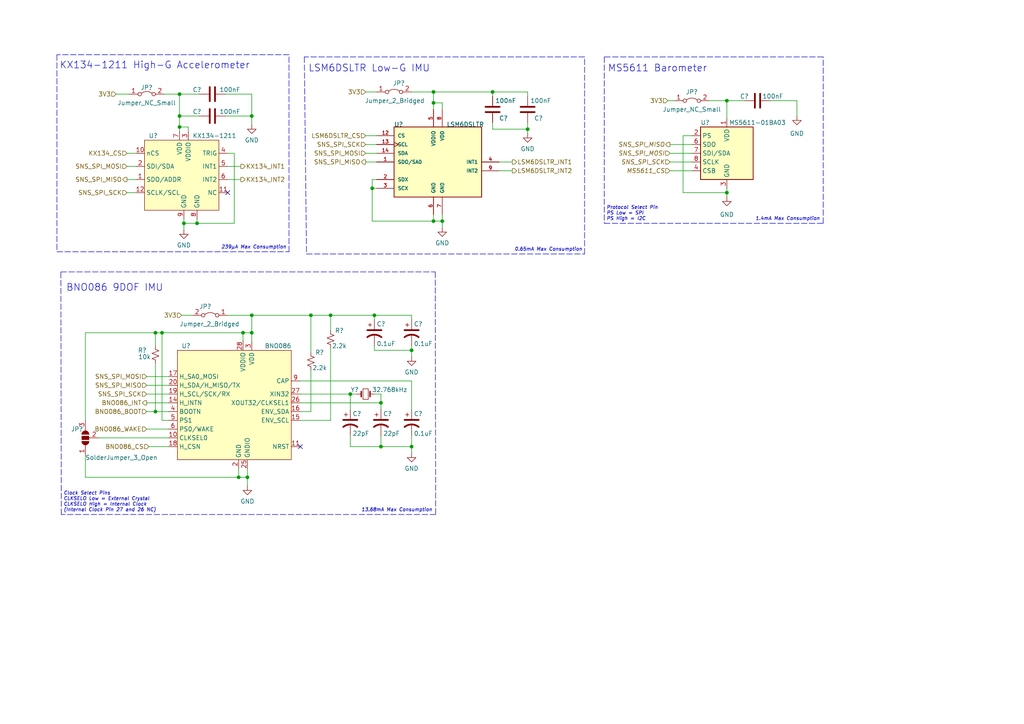
<source format=kicad_sch>
(kicad_sch (version 20211123) (generator eeschema)

  (uuid 53a8b2f6-2600-4970-adc1-e26ca03fc409)

  (paper "A4")

  (lib_symbols
    (symbol "Device:C" (pin_numbers hide) (pin_names (offset 0.254)) (in_bom yes) (on_board yes)
      (property "Reference" "C" (id 0) (at 0.635 2.54 0)
        (effects (font (size 1.27 1.27)) (justify left))
      )
      (property "Value" "C" (id 1) (at 0.635 -2.54 0)
        (effects (font (size 1.27 1.27)) (justify left))
      )
      (property "Footprint" "" (id 2) (at 0.9652 -3.81 0)
        (effects (font (size 1.27 1.27)) hide)
      )
      (property "Datasheet" "~" (id 3) (at 0 0 0)
        (effects (font (size 1.27 1.27)) hide)
      )
      (property "ki_keywords" "cap capacitor" (id 4) (at 0 0 0)
        (effects (font (size 1.27 1.27)) hide)
      )
      (property "ki_description" "Unpolarized capacitor" (id 5) (at 0 0 0)
        (effects (font (size 1.27 1.27)) hide)
      )
      (property "ki_fp_filters" "C_*" (id 6) (at 0 0 0)
        (effects (font (size 1.27 1.27)) hide)
      )
      (symbol "C_0_1"
        (polyline
          (pts
            (xy -2.032 -0.762)
            (xy 2.032 -0.762)
          )
          (stroke (width 0.508) (type default) (color 0 0 0 0))
          (fill (type none))
        )
        (polyline
          (pts
            (xy -2.032 0.762)
            (xy 2.032 0.762)
          )
          (stroke (width 0.508) (type default) (color 0 0 0 0))
          (fill (type none))
        )
      )
      (symbol "C_1_1"
        (pin passive line (at 0 3.81 270) (length 2.794)
          (name "~" (effects (font (size 1.27 1.27))))
          (number "1" (effects (font (size 1.27 1.27))))
        )
        (pin passive line (at 0 -3.81 90) (length 2.794)
          (name "~" (effects (font (size 1.27 1.27))))
          (number "2" (effects (font (size 1.27 1.27))))
        )
      )
    )
    (symbol "Device:C_Polarized_US" (pin_numbers hide) (pin_names (offset 0.254) hide) (in_bom yes) (on_board yes)
      (property "Reference" "C" (id 0) (at 0.635 2.54 0)
        (effects (font (size 1.27 1.27)) (justify left))
      )
      (property "Value" "C_Polarized_US" (id 1) (at 0.635 -2.54 0)
        (effects (font (size 1.27 1.27)) (justify left))
      )
      (property "Footprint" "" (id 2) (at 0 0 0)
        (effects (font (size 1.27 1.27)) hide)
      )
      (property "Datasheet" "~" (id 3) (at 0 0 0)
        (effects (font (size 1.27 1.27)) hide)
      )
      (property "ki_keywords" "cap capacitor" (id 4) (at 0 0 0)
        (effects (font (size 1.27 1.27)) hide)
      )
      (property "ki_description" "Polarized capacitor, US symbol" (id 5) (at 0 0 0)
        (effects (font (size 1.27 1.27)) hide)
      )
      (property "ki_fp_filters" "CP_*" (id 6) (at 0 0 0)
        (effects (font (size 1.27 1.27)) hide)
      )
      (symbol "C_Polarized_US_0_1"
        (polyline
          (pts
            (xy -2.032 0.762)
            (xy 2.032 0.762)
          )
          (stroke (width 0.508) (type default) (color 0 0 0 0))
          (fill (type none))
        )
        (polyline
          (pts
            (xy -1.778 2.286)
            (xy -0.762 2.286)
          )
          (stroke (width 0) (type default) (color 0 0 0 0))
          (fill (type none))
        )
        (polyline
          (pts
            (xy -1.27 1.778)
            (xy -1.27 2.794)
          )
          (stroke (width 0) (type default) (color 0 0 0 0))
          (fill (type none))
        )
        (arc (start 2.032 -1.27) (mid 0 -0.5572) (end -2.032 -1.27)
          (stroke (width 0.508) (type default) (color 0 0 0 0))
          (fill (type none))
        )
      )
      (symbol "C_Polarized_US_1_1"
        (pin passive line (at 0 3.81 270) (length 2.794)
          (name "~" (effects (font (size 1.27 1.27))))
          (number "1" (effects (font (size 1.27 1.27))))
        )
        (pin passive line (at 0 -3.81 90) (length 3.302)
          (name "~" (effects (font (size 1.27 1.27))))
          (number "2" (effects (font (size 1.27 1.27))))
        )
      )
    )
    (symbol "Device:Crystal_Small" (pin_numbers hide) (pin_names (offset 1.016) hide) (in_bom yes) (on_board yes)
      (property "Reference" "Y" (id 0) (at 0 2.54 0)
        (effects (font (size 1.27 1.27)))
      )
      (property "Value" "Crystal_Small" (id 1) (at 0 -2.54 0)
        (effects (font (size 1.27 1.27)))
      )
      (property "Footprint" "" (id 2) (at 0 0 0)
        (effects (font (size 1.27 1.27)) hide)
      )
      (property "Datasheet" "~" (id 3) (at 0 0 0)
        (effects (font (size 1.27 1.27)) hide)
      )
      (property "ki_keywords" "quartz ceramic resonator oscillator" (id 4) (at 0 0 0)
        (effects (font (size 1.27 1.27)) hide)
      )
      (property "ki_description" "Two pin crystal, small symbol" (id 5) (at 0 0 0)
        (effects (font (size 1.27 1.27)) hide)
      )
      (property "ki_fp_filters" "Crystal*" (id 6) (at 0 0 0)
        (effects (font (size 1.27 1.27)) hide)
      )
      (symbol "Crystal_Small_0_1"
        (rectangle (start -0.762 -1.524) (end 0.762 1.524)
          (stroke (width 0) (type default) (color 0 0 0 0))
          (fill (type none))
        )
        (polyline
          (pts
            (xy -1.27 -0.762)
            (xy -1.27 0.762)
          )
          (stroke (width 0.381) (type default) (color 0 0 0 0))
          (fill (type none))
        )
        (polyline
          (pts
            (xy 1.27 -0.762)
            (xy 1.27 0.762)
          )
          (stroke (width 0.381) (type default) (color 0 0 0 0))
          (fill (type none))
        )
      )
      (symbol "Crystal_Small_1_1"
        (pin passive line (at -2.54 0 0) (length 1.27)
          (name "1" (effects (font (size 1.27 1.27))))
          (number "1" (effects (font (size 1.27 1.27))))
        )
        (pin passive line (at 2.54 0 180) (length 1.27)
          (name "2" (effects (font (size 1.27 1.27))))
          (number "2" (effects (font (size 1.27 1.27))))
        )
      )
    )
    (symbol "Device:R_Small_US" (pin_numbers hide) (pin_names (offset 0.254) hide) (in_bom yes) (on_board yes)
      (property "Reference" "R" (id 0) (at 0.762 0.508 0)
        (effects (font (size 1.27 1.27)) (justify left))
      )
      (property "Value" "R_Small_US" (id 1) (at 0.762 -1.016 0)
        (effects (font (size 1.27 1.27)) (justify left))
      )
      (property "Footprint" "" (id 2) (at 0 0 0)
        (effects (font (size 1.27 1.27)) hide)
      )
      (property "Datasheet" "~" (id 3) (at 0 0 0)
        (effects (font (size 1.27 1.27)) hide)
      )
      (property "ki_keywords" "r resistor" (id 4) (at 0 0 0)
        (effects (font (size 1.27 1.27)) hide)
      )
      (property "ki_description" "Resistor, small US symbol" (id 5) (at 0 0 0)
        (effects (font (size 1.27 1.27)) hide)
      )
      (property "ki_fp_filters" "R_*" (id 6) (at 0 0 0)
        (effects (font (size 1.27 1.27)) hide)
      )
      (symbol "R_Small_US_1_1"
        (polyline
          (pts
            (xy 0 0)
            (xy 1.016 -0.381)
            (xy 0 -0.762)
            (xy -1.016 -1.143)
            (xy 0 -1.524)
          )
          (stroke (width 0) (type default) (color 0 0 0 0))
          (fill (type none))
        )
        (polyline
          (pts
            (xy 0 1.524)
            (xy 1.016 1.143)
            (xy 0 0.762)
            (xy -1.016 0.381)
            (xy 0 0)
          )
          (stroke (width 0) (type default) (color 0 0 0 0))
          (fill (type none))
        )
        (pin passive line (at 0 2.54 270) (length 1.016)
          (name "~" (effects (font (size 1.27 1.27))))
          (number "1" (effects (font (size 1.27 1.27))))
        )
        (pin passive line (at 0 -2.54 90) (length 1.016)
          (name "~" (effects (font (size 1.27 1.27))))
          (number "2" (effects (font (size 1.27 1.27))))
        )
      )
    )
    (symbol "Jumper:Jumper_2_Bridged" (pin_names (offset 0) hide) (in_bom yes) (on_board yes)
      (property "Reference" "JP" (id 0) (at 0 1.905 0)
        (effects (font (size 1.27 1.27)))
      )
      (property "Value" "Jumper_2_Bridged" (id 1) (at 0 -2.54 0)
        (effects (font (size 1.27 1.27)))
      )
      (property "Footprint" "" (id 2) (at 0 0 0)
        (effects (font (size 1.27 1.27)) hide)
      )
      (property "Datasheet" "~" (id 3) (at 0 0 0)
        (effects (font (size 1.27 1.27)) hide)
      )
      (property "ki_keywords" "Jumper SPST" (id 4) (at 0 0 0)
        (effects (font (size 1.27 1.27)) hide)
      )
      (property "ki_description" "Jumper, 2-pole, closed/bridged" (id 5) (at 0 0 0)
        (effects (font (size 1.27 1.27)) hide)
      )
      (property "ki_fp_filters" "Jumper* TestPoint*2Pads* TestPoint*Bridge*" (id 6) (at 0 0 0)
        (effects (font (size 1.27 1.27)) hide)
      )
      (symbol "Jumper_2_Bridged_0_0"
        (circle (center -2.032 0) (radius 0.508)
          (stroke (width 0) (type default) (color 0 0 0 0))
          (fill (type none))
        )
        (circle (center 2.032 0) (radius 0.508)
          (stroke (width 0) (type default) (color 0 0 0 0))
          (fill (type none))
        )
      )
      (symbol "Jumper_2_Bridged_0_1"
        (arc (start 1.524 0.254) (mid 0 0.762) (end -1.524 0.254)
          (stroke (width 0) (type default) (color 0 0 0 0))
          (fill (type none))
        )
      )
      (symbol "Jumper_2_Bridged_1_1"
        (pin passive line (at -5.08 0 0) (length 2.54)
          (name "A" (effects (font (size 1.27 1.27))))
          (number "1" (effects (font (size 1.27 1.27))))
        )
        (pin passive line (at 5.08 0 180) (length 2.54)
          (name "B" (effects (font (size 1.27 1.27))))
          (number "2" (effects (font (size 1.27 1.27))))
        )
      )
    )
    (symbol "Jumper:SolderJumper_3_Open" (pin_names (offset 0) hide) (in_bom yes) (on_board yes)
      (property "Reference" "JP" (id 0) (at -2.54 -2.54 0)
        (effects (font (size 1.27 1.27)))
      )
      (property "Value" "SolderJumper_3_Open" (id 1) (at 0 2.794 0)
        (effects (font (size 1.27 1.27)))
      )
      (property "Footprint" "" (id 2) (at 0 0 0)
        (effects (font (size 1.27 1.27)) hide)
      )
      (property "Datasheet" "~" (id 3) (at 0 0 0)
        (effects (font (size 1.27 1.27)) hide)
      )
      (property "ki_keywords" "Solder Jumper SPDT" (id 4) (at 0 0 0)
        (effects (font (size 1.27 1.27)) hide)
      )
      (property "ki_description" "Solder Jumper, 3-pole, open" (id 5) (at 0 0 0)
        (effects (font (size 1.27 1.27)) hide)
      )
      (property "ki_fp_filters" "SolderJumper*Open*" (id 6) (at 0 0 0)
        (effects (font (size 1.27 1.27)) hide)
      )
      (symbol "SolderJumper_3_Open_0_1"
        (arc (start -1.016 1.016) (mid -2.032 0) (end -1.016 -1.016)
          (stroke (width 0) (type default) (color 0 0 0 0))
          (fill (type none))
        )
        (arc (start -1.016 1.016) (mid -2.032 0) (end -1.016 -1.016)
          (stroke (width 0) (type default) (color 0 0 0 0))
          (fill (type outline))
        )
        (rectangle (start -0.508 1.016) (end 0.508 -1.016)
          (stroke (width 0) (type default) (color 0 0 0 0))
          (fill (type outline))
        )
        (polyline
          (pts
            (xy -2.54 0)
            (xy -2.032 0)
          )
          (stroke (width 0) (type default) (color 0 0 0 0))
          (fill (type none))
        )
        (polyline
          (pts
            (xy -1.016 1.016)
            (xy -1.016 -1.016)
          )
          (stroke (width 0) (type default) (color 0 0 0 0))
          (fill (type none))
        )
        (polyline
          (pts
            (xy 0 -1.27)
            (xy 0 -1.016)
          )
          (stroke (width 0) (type default) (color 0 0 0 0))
          (fill (type none))
        )
        (polyline
          (pts
            (xy 1.016 1.016)
            (xy 1.016 -1.016)
          )
          (stroke (width 0) (type default) (color 0 0 0 0))
          (fill (type none))
        )
        (polyline
          (pts
            (xy 2.54 0)
            (xy 2.032 0)
          )
          (stroke (width 0) (type default) (color 0 0 0 0))
          (fill (type none))
        )
        (arc (start 1.016 -1.016) (mid 2.032 0) (end 1.016 1.016)
          (stroke (width 0) (type default) (color 0 0 0 0))
          (fill (type none))
        )
        (arc (start 1.016 -1.016) (mid 2.032 0) (end 1.016 1.016)
          (stroke (width 0) (type default) (color 0 0 0 0))
          (fill (type outline))
        )
      )
      (symbol "SolderJumper_3_Open_1_1"
        (pin passive line (at -5.08 0 0) (length 2.54)
          (name "A" (effects (font (size 1.27 1.27))))
          (number "1" (effects (font (size 1.27 1.27))))
        )
        (pin input line (at 0 -3.81 90) (length 2.54)
          (name "C" (effects (font (size 1.27 1.27))))
          (number "2" (effects (font (size 1.27 1.27))))
        )
        (pin passive line (at 5.08 0 180) (length 2.54)
          (name "B" (effects (font (size 1.27 1.27))))
          (number "3" (effects (font (size 1.27 1.27))))
        )
      )
    )
    (symbol "Sensor_Pressure:MS5611-01BA" (in_bom yes) (on_board yes)
      (property "Reference" "U" (id 0) (at -6.35 8.89 0)
        (effects (font (size 1.27 1.27)))
      )
      (property "Value" "MS5611-01BA" (id 1) (at 7.62 8.89 0)
        (effects (font (size 1.27 1.27)))
      )
      (property "Footprint" "Package_LGA:LGA-8_3x5mm_P1.25mm" (id 2) (at 0 0 0)
        (effects (font (size 1.27 1.27)) hide)
      )
      (property "Datasheet" "https://www.te.com/commerce/DocumentDelivery/DDEController?Action=srchrtrv&DocNm=MS5611-01BA03&DocType=Data+Sheet&DocLang=English" (id 3) (at 0 0 0)
        (effects (font (size 1.27 1.27)) hide)
      )
      (property "ki_keywords" "pressure SPI I2C" (id 4) (at 0 0 0)
        (effects (font (size 1.27 1.27)) hide)
      )
      (property "ki_description" "Barometric pressure sensor, 10cm resolution, 10 to 1200 mbar, I2C and SPI interface up to 20MHz, LGA-8" (id 5) (at 0 0 0)
        (effects (font (size 1.27 1.27)) hide)
      )
      (property "ki_fp_filters" "LGA*3x5mm*P1.25mm*" (id 6) (at 0 0 0)
        (effects (font (size 1.27 1.27)) hide)
      )
      (symbol "MS5611-01BA_0_1"
        (rectangle (start -7.62 7.62) (end 7.62 -7.62)
          (stroke (width 0.254) (type default) (color 0 0 0 0))
          (fill (type background))
        )
      )
      (symbol "MS5611-01BA_1_1"
        (pin power_in line (at 0 10.16 270) (length 2.54)
          (name "VDD" (effects (font (size 1.27 1.27))))
          (number "1" (effects (font (size 1.27 1.27))))
        )
        (pin input line (at -10.16 5.08 0) (length 2.54)
          (name "PS" (effects (font (size 1.27 1.27))))
          (number "2" (effects (font (size 1.27 1.27))))
        )
        (pin power_in line (at 0 -10.16 90) (length 2.54)
          (name "GND" (effects (font (size 1.27 1.27))))
          (number "3" (effects (font (size 1.27 1.27))))
        )
        (pin input line (at -10.16 -5.08 0) (length 2.54)
          (name "CSB" (effects (font (size 1.27 1.27))))
          (number "4" (effects (font (size 1.27 1.27))))
        )
        (pin input line (at -10.16 -5.08 0) (length 2.54) hide
          (name "CSB" (effects (font (size 1.27 1.27))))
          (number "5" (effects (font (size 1.27 1.27))))
        )
        (pin output line (at -10.16 2.54 0) (length 2.54)
          (name "SDO" (effects (font (size 1.27 1.27))))
          (number "6" (effects (font (size 1.27 1.27))))
        )
        (pin bidirectional line (at -10.16 0 0) (length 2.54)
          (name "SDI/SDA" (effects (font (size 1.27 1.27))))
          (number "7" (effects (font (size 1.27 1.27))))
        )
        (pin input line (at -10.16 -2.54 0) (length 2.54)
          (name "SCLK" (effects (font (size 1.27 1.27))))
          (number "8" (effects (font (size 1.27 1.27))))
        )
      )
    )
    (symbol "Sensors_Motion_CEVA:BNO086" (in_bom yes) (on_board yes)
      (property "Reference" "U" (id 0) (at -14.605 15.875 0)
        (effects (font (size 1.27 1.27)))
      )
      (property "Value" "BNO086" (id 1) (at 13.97 15.875 0)
        (effects (font (size 1.27 1.27)))
      )
      (property "Footprint" "Package_LGA:LGA-28_5.2x3.8mm_P0.5mm" (id 2) (at 0 -27.94 0)
        (effects (font (size 1.27 1.27)) hide)
      )
      (property "Datasheet" "https://www.ceva-dsp.com/wp-content/uploads/2019/10/BNO080_085-Datasheet.pdf" (id 3) (at 0 -22.86 0)
        (effects (font (size 1.27 1.27)) hide)
      )
      (property "ki_keywords" "IMU Accelerometer Gyroscope Magnetometer Sensor 9DOF 9-Axis" (id 4) (at 0 0 0)
        (effects (font (size 1.27 1.27)) hide)
      )
      (property "ki_description" "9-Axis Absolute Orientation Sensor: Accelerometer, Gyroscope, Magnetometer" (id 5) (at 0 0 0)
        (effects (font (size 1.27 1.27)) hide)
      )
      (symbol "BNO086_0_1"
        (rectangle (start -15.24 14.605) (end 17.78 -17.145)
          (stroke (width 0) (type default) (color 0 0 0 0))
          (fill (type background))
        )
      )
      (symbol "BNO086_1_1"
        (pin input line (at -17.78 -10.795 0) (length 2.54)
          (name "CLKSEL0" (effects (font (size 1.27 1.27))))
          (number "10" (effects (font (size 1.27 1.27))))
        )
        (pin input line (at 20.32 -13.335 180) (length 2.54)
          (name "NRST" (effects (font (size 1.27 1.27))))
          (number "11" (effects (font (size 1.27 1.27))))
        )
        (pin output line (at -17.78 -0.635 0) (length 2.54)
          (name "H_INTN" (effects (font (size 1.27 1.27))))
          (number "14" (effects (font (size 1.27 1.27))))
        )
        (pin bidirectional line (at 20.32 -5.715 180) (length 2.54)
          (name "ENV_SCL" (effects (font (size 1.27 1.27))))
          (number "15" (effects (font (size 1.27 1.27))))
        )
        (pin bidirectional line (at 20.32 -3.175 180) (length 2.54)
          (name "ENV_SDA" (effects (font (size 1.27 1.27))))
          (number "16" (effects (font (size 1.27 1.27))))
        )
        (pin input line (at -17.78 6.985 0) (length 2.54)
          (name "H_SA0_MOSI" (effects (font (size 1.27 1.27))))
          (number "17" (effects (font (size 1.27 1.27))))
        )
        (pin input line (at -17.78 -13.335 0) (length 2.54)
          (name "H_CSN" (effects (font (size 1.27 1.27))))
          (number "18" (effects (font (size 1.27 1.27))))
        )
        (pin bidirectional line (at -17.78 1.905 0) (length 2.54)
          (name "H_SCL/SCK/RX" (effects (font (size 1.27 1.27))))
          (number "19" (effects (font (size 1.27 1.27))))
        )
        (pin power_in line (at 2.54 -19.685 90) (length 2.54)
          (name "GND" (effects (font (size 1.27 1.27))))
          (number "2" (effects (font (size 1.27 1.27))))
        )
        (pin bidirectional line (at -17.78 4.445 0) (length 2.54)
          (name "H_SDA/H_MISO/TX" (effects (font (size 1.27 1.27))))
          (number "20" (effects (font (size 1.27 1.27))))
        )
        (pin power_in line (at 5.08 -19.685 90) (length 2.54)
          (name "GNDIO" (effects (font (size 1.27 1.27))))
          (number "25" (effects (font (size 1.27 1.27))))
        )
        (pin output line (at 20.32 -0.635 180) (length 2.54)
          (name "XOUT32/CLKSEL1" (effects (font (size 1.27 1.27))))
          (number "26" (effects (font (size 1.27 1.27))))
        )
        (pin input line (at 20.32 1.905 180) (length 2.54)
          (name "XIN32" (effects (font (size 1.27 1.27))))
          (number "27" (effects (font (size 1.27 1.27))))
        )
        (pin power_in line (at 3.81 17.145 270) (length 2.54)
          (name "VDDIO" (effects (font (size 1.27 1.27))))
          (number "28" (effects (font (size 1.27 1.27))))
        )
        (pin power_in line (at 6.35 17.145 270) (length 2.54)
          (name "VDD" (effects (font (size 1.27 1.27))))
          (number "3" (effects (font (size 1.27 1.27))))
        )
        (pin input line (at -17.78 -3.175 0) (length 2.54)
          (name "BOOTN" (effects (font (size 1.27 1.27))))
          (number "4" (effects (font (size 1.27 1.27))))
        )
        (pin input line (at -17.78 -5.715 0) (length 2.54)
          (name "PS1" (effects (font (size 1.27 1.27))))
          (number "5" (effects (font (size 1.27 1.27))))
        )
        (pin input line (at -17.78 -8.255 0) (length 2.54)
          (name "PS0/WAKE" (effects (font (size 1.27 1.27))))
          (number "6" (effects (font (size 1.27 1.27))))
        )
        (pin passive line (at 20.32 5.715 180) (length 2.54)
          (name "CAP" (effects (font (size 1.27 1.27))))
          (number "9" (effects (font (size 1.27 1.27))))
        )
      )
    )
    (symbol "Sensors_Motion_Kionix:KX134-1211" (in_bom yes) (on_board yes)
      (property "Reference" "U" (id 0) (at -11.43 11.43 0)
        (effects (font (size 1.27 1.27)))
      )
      (property "Value" "KX134-1211" (id 1) (at 8.89 11.43 0)
        (effects (font (size 1.27 1.27)))
      )
      (property "Footprint" "Package_LGA:LGA-12_2x2mm_P0.5mm" (id 2) (at 0 -20.32 0)
        (effects (font (size 1.27 1.27)) hide)
      )
      (property "Datasheet" "https://kionixfs.azureedge.net/en/datasheet/kx134-1211-e.pdf" (id 3) (at 0 -15.24 0)
        (effects (font (size 1.27 1.27)) hide)
      )
      (property "ki_keywords" "Accelerometer 3DOF 3-Axis Sensor" (id 4) (at 0 0 0)
        (effects (font (size 1.27 1.27)) hide)
      )
      (property "ki_description" "3-Axis Accelerometer Sensor ±8g/±16g/±32g/±64g" (id 5) (at 0 0 0)
        (effects (font (size 1.27 1.27)) hide)
      )
      (symbol "KX134-1211_0_0"
        (text "" (at -12.7 2.54 0)
          (effects (font (size 1.27 1.27)))
        )
      )
      (symbol "KX134-1211_0_1"
        (rectangle (start -11.43 10.16) (end 10.16 -10.16)
          (stroke (width 0) (type default) (color 0 0 0 0))
          (fill (type background))
        )
      )
      (symbol "KX134-1211_1_1"
        (pin bidirectional line (at -13.97 -1.27 0) (length 2.54)
          (name "SDO/ADDR" (effects (font (size 1.27 1.27))))
          (number "1" (effects (font (size 1.27 1.27))))
        )
        (pin input line (at -13.97 6.35 0) (length 2.54)
          (name "nCS" (effects (font (size 1.27 1.27))))
          (number "10" (effects (font (size 1.27 1.27))))
        )
        (pin unspecified line (at 12.7 -5.08 180) (length 2.54)
          (name "NC" (effects (font (size 1.27 1.27))))
          (number "11" (effects (font (size 1.27 1.27))))
        )
        (pin input line (at -13.97 -5.08 0) (length 2.54)
          (name "SCLK/SCL" (effects (font (size 1.27 1.27))))
          (number "12" (effects (font (size 1.27 1.27))))
        )
        (pin bidirectional line (at -13.97 2.54 0) (length 2.54)
          (name "SDI/SDA" (effects (font (size 1.27 1.27))))
          (number "2" (effects (font (size 1.27 1.27))))
        )
        (pin power_in line (at 1.27 12.7 270) (length 2.54)
          (name "VDDIO" (effects (font (size 1.27 1.27))))
          (number "3" (effects (font (size 1.27 1.27))))
        )
        (pin input line (at 12.7 6.35 180) (length 2.54)
          (name "TRIG" (effects (font (size 1.27 1.27))))
          (number "4" (effects (font (size 1.27 1.27))))
        )
        (pin output line (at 12.7 2.54 180) (length 2.54)
          (name "INT1" (effects (font (size 1.27 1.27))))
          (number "5" (effects (font (size 1.27 1.27))))
        )
        (pin output line (at 12.7 -1.27 180) (length 2.54)
          (name "INT2" (effects (font (size 1.27 1.27))))
          (number "6" (effects (font (size 1.27 1.27))))
        )
        (pin power_in line (at -1.27 12.7 270) (length 2.54)
          (name "VDD" (effects (font (size 1.27 1.27))))
          (number "7" (effects (font (size 1.27 1.27))))
        )
        (pin power_in line (at 3.81 -12.7 90) (length 2.54)
          (name "GND" (effects (font (size 1.27 1.27))))
          (number "8" (effects (font (size 1.27 1.27))))
        )
        (pin power_in line (at 0 -12.7 90) (length 2.54)
          (name "GND" (effects (font (size 1.27 1.27))))
          (number "9" (effects (font (size 1.27 1.27))))
        )
      )
    )
    (symbol "Sensors_Motion_STM:LSM6DSLTR" (pin_names (offset 1.016)) (in_bom yes) (on_board yes)
      (property "Reference" "U" (id 0) (at -12.7187 10.6837 0)
        (effects (font (size 1.27 1.27)) (justify left bottom))
      )
      (property "Value" "LSM6DSLTR" (id 1) (at 3.81 10.16 0)
        (effects (font (size 1.27 1.27)) (justify left bottom))
      )
      (property "Footprint" "Package_LGA:Bosch_LGA-14_3x2.5mm_P0.5mm" (id 2) (at 0 -25.4 0)
        (effects (font (size 1.27 1.27)) (justify bottom) hide)
      )
      (property "Datasheet" "https://www.st.com/content/ccc/resource/technical/document/datasheet/ee/23/a0/dc/1d/68/45/52/DM00237456.pdf/files/DM00237456.pdf/jcr:content/translations/en.DM00237456.pdf" (id 3) (at 7.62 -20.32 0)
        (effects (font (size 1.27 1.27)) hide)
      )
      (property "ki_keywords" "Accelerometer Gyroscope IMU Sensor 6-Axis 6DOF iNEMO" (id 4) (at 0 0 0)
        (effects (font (size 1.27 1.27)) hide)
      )
      (property "ki_description" "6-Axis iNEMO Inertial Sensor: Accelerometer ±2/±4/±8/±16g, Gyroscope ±125/±250/±500/±1000/±2000 dps" (id 5) (at 0 0 0)
        (effects (font (size 1.27 1.27)) hide)
      )
      (symbol "LSM6DSLTR_0_0"
        (rectangle (start -12.7 -10.16) (end 12.7 10.16)
          (stroke (width 0.254) (type default) (color 0 0 0 0))
          (fill (type background))
        )
        (pin bidirectional line (at -17.78 0 0) (length 5.08)
          (name "SDO/SA0" (effects (font (size 1.016 1.016))))
          (number "1" (effects (font (size 1.016 1.016))))
        )
        (pin input line (at -17.78 7.62 0) (length 5.08)
          (name "CS" (effects (font (size 1.016 1.016))))
          (number "12" (effects (font (size 1.016 1.016))))
        )
        (pin input clock (at -17.78 5.08 0) (length 5.08)
          (name "SCL" (effects (font (size 1.016 1.016))))
          (number "13" (effects (font (size 1.016 1.016))))
        )
        (pin bidirectional line (at -17.78 2.54 0) (length 5.08)
          (name "SDA" (effects (font (size 1.016 1.016))))
          (number "14" (effects (font (size 1.016 1.016))))
        )
        (pin bidirectional line (at -17.78 -5.08 0) (length 5.08)
          (name "SDX" (effects (font (size 1.016 1.016))))
          (number "2" (effects (font (size 1.016 1.016))))
        )
        (pin bidirectional line (at -17.78 -7.62 0) (length 5.08)
          (name "SCX" (effects (font (size 1.016 1.016))))
          (number "3" (effects (font (size 1.016 1.016))))
        )
        (pin output line (at 17.78 0 180) (length 5.08)
          (name "INT1" (effects (font (size 1.016 1.016))))
          (number "4" (effects (font (size 1.016 1.016))))
        )
        (pin power_in line (at -1.27 15.24 270) (length 5.08)
          (name "VDDIO" (effects (font (size 1.016 1.016))))
          (number "5" (effects (font (size 1.016 1.016))))
        )
        (pin power_in line (at -1.27 -15.24 90) (length 5.08)
          (name "GND" (effects (font (size 1.016 1.016))))
          (number "6" (effects (font (size 1.016 1.016))))
        )
        (pin power_in line (at 1.27 -15.24 90) (length 5.08)
          (name "GND" (effects (font (size 1.016 1.016))))
          (number "7" (effects (font (size 1.016 1.016))))
        )
        (pin power_in line (at 1.27 15.24 270) (length 5.08)
          (name "VDD" (effects (font (size 1.016 1.016))))
          (number "8" (effects (font (size 1.016 1.016))))
        )
        (pin output line (at 17.78 -2.54 180) (length 5.08)
          (name "INT2" (effects (font (size 1.016 1.016))))
          (number "9" (effects (font (size 1.016 1.016))))
        )
      )
    )
    (symbol "power:GND" (power) (pin_names (offset 0)) (in_bom yes) (on_board yes)
      (property "Reference" "#PWR" (id 0) (at 0 -6.35 0)
        (effects (font (size 1.27 1.27)) hide)
      )
      (property "Value" "GND" (id 1) (at 0 -3.81 0)
        (effects (font (size 1.27 1.27)))
      )
      (property "Footprint" "" (id 2) (at 0 0 0)
        (effects (font (size 1.27 1.27)) hide)
      )
      (property "Datasheet" "" (id 3) (at 0 0 0)
        (effects (font (size 1.27 1.27)) hide)
      )
      (property "ki_keywords" "power-flag" (id 4) (at 0 0 0)
        (effects (font (size 1.27 1.27)) hide)
      )
      (property "ki_description" "Power symbol creates a global label with name \"GND\" , ground" (id 5) (at 0 0 0)
        (effects (font (size 1.27 1.27)) hide)
      )
      (symbol "GND_0_1"
        (polyline
          (pts
            (xy 0 0)
            (xy 0 -1.27)
            (xy 1.27 -1.27)
            (xy 0 -2.54)
            (xy -1.27 -1.27)
            (xy 0 -1.27)
          )
          (stroke (width 0) (type default) (color 0 0 0 0))
          (fill (type none))
        )
      )
      (symbol "GND_1_1"
        (pin power_in line (at 0 0 270) (length 0) hide
          (name "GND" (effects (font (size 1.27 1.27))))
          (number "1" (effects (font (size 1.27 1.27))))
        )
      )
    )
  )

  (junction (at 128.27 64.135) (diameter 0) (color 0 0 0 0)
    (uuid 132c30c8-a050-4f39-bec8-be8da6c63d78)
  )
  (junction (at 108.585 91.44) (diameter 0) (color 0 0 0 0)
    (uuid 1cf4274e-29b7-46ed-8428-16751c4fc556)
  )
  (junction (at 69.215 138.43) (diameter 0) (color 0 0 0 0)
    (uuid 1d1b9569-0a2e-4073-8fee-b6002a15a839)
  )
  (junction (at 71.755 138.43) (diameter 0) (color 0 0 0 0)
    (uuid 393e7256-6531-4498-aee3-a36108a2039b)
  )
  (junction (at 46.99 96.52) (diameter 0) (color 0 0 0 0)
    (uuid 3e71463f-07ae-4668-8e14-c12affc8d0f1)
  )
  (junction (at 210.82 55.88) (diameter 0) (color 0 0 0 0)
    (uuid 48306a93-bbee-4a21-a601-1374e327c1d3)
  )
  (junction (at 52.07 36.83) (diameter 0) (color 0 0 0 0)
    (uuid 52fd7759-cbfc-4e11-8dce-0d67ef32428e)
  )
  (junction (at 210.82 29.21) (diameter 0) (color 0 0 0 0)
    (uuid 5949aaba-5669-47c5-b82c-c669d3b4fa82)
  )
  (junction (at 119.38 129.54) (diameter 0) (color 0 0 0 0)
    (uuid 598caa57-03a0-46af-9bcf-23350c684e74)
  )
  (junction (at 142.875 26.67) (diameter 0) (color 0 0 0 0)
    (uuid 598cd9bc-f287-48d2-8546-19c7f4237593)
  )
  (junction (at 153.035 37.465) (diameter 0) (color 0 0 0 0)
    (uuid 5a49b8d8-c35a-4f5e-9f35-8b122eb125fa)
  )
  (junction (at 95.885 91.44) (diameter 0) (color 0 0 0 0)
    (uuid 5bde0d15-d192-45b6-8f9a-bff70fc0dffa)
  )
  (junction (at 119.38 101.6) (diameter 0) (color 0 0 0 0)
    (uuid 6c604b36-02e2-422f-a6cc-dab874f1689c)
  )
  (junction (at 53.34 64.77) (diameter 0) (color 0 0 0 0)
    (uuid 6ef2cf23-b364-4b03-abdf-d0278cd2ea52)
  )
  (junction (at 57.15 64.77) (diameter 0) (color 0 0 0 0)
    (uuid 7784610a-b0dc-4949-b5f4-9454f2499fa0)
  )
  (junction (at 125.73 29.845) (diameter 0) (color 0 0 0 0)
    (uuid 78452b18-df7a-4197-8216-9478725fc855)
  )
  (junction (at 101.6 114.3) (diameter 0) (color 0 0 0 0)
    (uuid 81cc2d14-6be5-40c2-ba08-2b1a204c66c4)
  )
  (junction (at 45.085 96.52) (diameter 0) (color 0 0 0 0)
    (uuid 98d06fbd-372d-4ef2-841b-ed1ad6e63aa1)
  )
  (junction (at 73.025 91.44) (diameter 0) (color 0 0 0 0)
    (uuid a61dbfd4-2f61-45f5-b179-2943e92cf396)
  )
  (junction (at 45.085 119.38) (diameter 0) (color 0 0 0 0)
    (uuid a7ec55e3-5352-4176-b3d9-ae65f561fd44)
  )
  (junction (at 52.07 27.305) (diameter 0) (color 0 0 0 0)
    (uuid acb9f506-5a9c-4991-a7fd-c082bb93165c)
  )
  (junction (at 73.025 96.52) (diameter 0) (color 0 0 0 0)
    (uuid b2248fd4-c7c8-429d-9e80-1d9f4c590e9d)
  )
  (junction (at 52.07 33.655) (diameter 0) (color 0 0 0 0)
    (uuid b56a1277-2c3d-4ce7-a817-28f4d2c249b1)
  )
  (junction (at 125.73 26.67) (diameter 0) (color 0 0 0 0)
    (uuid cfbf1835-75e1-4c5b-8234-fc1c857f52bc)
  )
  (junction (at 110.49 116.84) (diameter 0) (color 0 0 0 0)
    (uuid d147205f-77c7-4e14-ac94-8475e0407215)
  )
  (junction (at 70.485 96.52) (diameter 0) (color 0 0 0 0)
    (uuid d4fdc2b0-b42c-4e60-bd1e-156eb79588fa)
  )
  (junction (at 110.49 129.54) (diameter 0) (color 0 0 0 0)
    (uuid d913bcfe-d0f8-4d5b-9aab-e0745839f553)
  )
  (junction (at 125.73 64.135) (diameter 0) (color 0 0 0 0)
    (uuid da7fc1d6-c533-4c36-b3d7-7d43ee9b715b)
  )
  (junction (at 73.025 33.655) (diameter 0) (color 0 0 0 0)
    (uuid dab0119f-ac99-4f50-961f-108ff377c938)
  )
  (junction (at 90.17 91.44) (diameter 0) (color 0 0 0 0)
    (uuid dfe7ed0b-5180-433f-b48f-2477898a5245)
  )
  (junction (at 107.95 54.61) (diameter 0) (color 0 0 0 0)
    (uuid f151a3e1-8145-4f71-bc2c-59a0fbe79684)
  )

  (no_connect (at 87.122 129.54) (uuid 818e7092-acb4-44b2-817c-89f413369ea2))
  (no_connect (at 66.04 55.88) (uuid fac5acce-e73c-42a6-876a-e48a32477c2c))

  (wire (pts (xy 36.83 44.45) (xy 39.37 44.45))
    (stroke (width 0) (type default) (color 0 0 0 0))
    (uuid 00bd5651-97a4-4255-93d0-e5543851ee60)
  )
  (polyline (pts (xy 17.78 149.225) (xy 17.653 78.867))
    (stroke (width 0) (type default) (color 0 0 0 0))
    (uuid 00e91a17-80b9-4cf2-ac30-018826146477)
  )
  (polyline (pts (xy 169.545 73.66) (xy 169.545 16.51))
    (stroke (width 0) (type default) (color 0 0 0 0))
    (uuid 01f0bef8-6a45-4f37-82a4-b7b949355891)
  )

  (wire (pts (xy 109.22 54.61) (xy 107.95 54.61))
    (stroke (width 0) (type default) (color 0 0 0 0))
    (uuid 043175bb-0502-4877-bf78-f61d6c046b0d)
  )
  (wire (pts (xy 110.49 116.84) (xy 110.49 114.3))
    (stroke (width 0) (type default) (color 0 0 0 0))
    (uuid 06bedba8-991f-4f0a-910c-200e200069da)
  )
  (wire (pts (xy 45.085 96.52) (xy 24.765 96.52))
    (stroke (width 0) (type default) (color 0 0 0 0))
    (uuid 08f20214-6f54-4d98-8b26-e21138c0794d)
  )
  (wire (pts (xy 107.95 64.135) (xy 125.73 64.135))
    (stroke (width 0) (type default) (color 0 0 0 0))
    (uuid 0997f186-884e-4c44-9099-cc13dd9a8a2e)
  )
  (wire (pts (xy 86.995 121.92) (xy 95.885 121.92))
    (stroke (width 0) (type default) (color 0 0 0 0))
    (uuid 0b2043ca-3eb3-4e4c-96cd-c4698e7aa164)
  )
  (polyline (pts (xy 88.265 16.51) (xy 88.9 73.66))
    (stroke (width 0) (type default) (color 0 0 0 0))
    (uuid 0ba75f36-203f-460c-9b31-1201732806ff)
  )
  (polyline (pts (xy 16.51 73.025) (xy 83.82 73.025))
    (stroke (width 0) (type default) (color 0 0 0 0))
    (uuid 0dcfadd0-58e0-40c3-8f79-8f83e9355115)
  )

  (wire (pts (xy 148.59 46.99) (xy 144.78 46.99))
    (stroke (width 0) (type default) (color 0 0 0 0))
    (uuid 10285880-4a2b-4b22-b602-9077b48e530f)
  )
  (wire (pts (xy 54.61 38.1) (xy 54.61 36.83))
    (stroke (width 0) (type default) (color 0 0 0 0))
    (uuid 132582c7-4787-47ba-bb9b-601236967e21)
  )
  (wire (pts (xy 73.025 33.655) (xy 73.025 27.305))
    (stroke (width 0) (type default) (color 0 0 0 0))
    (uuid 13c5d20f-69fb-48c2-b8a0-b2ae453c607f)
  )
  (wire (pts (xy 95.885 100.965) (xy 95.885 121.92))
    (stroke (width 0) (type default) (color 0 0 0 0))
    (uuid 1478d1d6-eb34-4159-8ca7-1c60ce89df43)
  )
  (wire (pts (xy 110.49 129.54) (xy 119.38 129.54))
    (stroke (width 0) (type default) (color 0 0 0 0))
    (uuid 14ab0dc9-5626-422d-8be5-a328bf981a2b)
  )
  (wire (pts (xy 65.405 33.655) (xy 73.025 33.655))
    (stroke (width 0) (type default) (color 0 0 0 0))
    (uuid 15c79013-36cd-4fdc-84f1-8f4865218744)
  )
  (wire (pts (xy 52.705 91.44) (xy 55.88 91.44))
    (stroke (width 0) (type default) (color 0 0 0 0))
    (uuid 17629a7c-aaf6-4da0-8474-8b22c8e3377c)
  )
  (wire (pts (xy 153.035 26.67) (xy 153.035 27.94))
    (stroke (width 0) (type default) (color 0 0 0 0))
    (uuid 19f10bcd-22f2-4c28-a08b-ea7cb9a703d0)
  )
  (wire (pts (xy 119.38 92.71) (xy 119.38 91.44))
    (stroke (width 0) (type default) (color 0 0 0 0))
    (uuid 1a205152-c314-49c7-ac6b-2a0aa0be3ee4)
  )
  (wire (pts (xy 36.83 55.88) (xy 39.37 55.88))
    (stroke (width 0) (type default) (color 0 0 0 0))
    (uuid 1b0295ed-4a05-4ee7-bab2-16c2e641ee78)
  )
  (wire (pts (xy 194.31 41.91) (xy 200.66 41.91))
    (stroke (width 0) (type default) (color 0 0 0 0))
    (uuid 1dc5e824-9cda-46a6-afee-683199b59751)
  )
  (wire (pts (xy 48.895 124.46) (xy 42.545 124.46))
    (stroke (width 0) (type default) (color 0 0 0 0))
    (uuid 1f9d900c-4fb3-4cbf-9c7e-fddbac025505)
  )
  (wire (pts (xy 125.73 29.845) (xy 128.27 29.845))
    (stroke (width 0) (type default) (color 0 0 0 0))
    (uuid 27b97666-222e-46dc-b0da-a6f424565964)
  )
  (wire (pts (xy 119.38 129.54) (xy 119.38 131.445))
    (stroke (width 0) (type default) (color 0 0 0 0))
    (uuid 27e19bbd-7388-4108-879c-7986c08371ec)
  )
  (polyline (pts (xy 169.545 16.51) (xy 88.265 16.51))
    (stroke (width 0) (type default) (color 0 0 0 0))
    (uuid 28bd5481-23cb-4bde-9570-981f2814ebef)
  )

  (wire (pts (xy 46.99 121.92) (xy 46.99 96.52))
    (stroke (width 0) (type default) (color 0 0 0 0))
    (uuid 293d8365-04db-4eba-8c55-886f2d25545b)
  )
  (wire (pts (xy 52.07 33.655) (xy 52.07 27.305))
    (stroke (width 0) (type default) (color 0 0 0 0))
    (uuid 29ace6cb-5101-4c0f-ab1e-87edca93ecb9)
  )
  (wire (pts (xy 128.27 64.135) (xy 128.27 66.04))
    (stroke (width 0) (type default) (color 0 0 0 0))
    (uuid 2a2bcde5-ed0b-49c1-a840-4fae8109bb1c)
  )
  (wire (pts (xy 153.035 35.56) (xy 153.035 37.465))
    (stroke (width 0) (type default) (color 0 0 0 0))
    (uuid 2b643ad2-91fa-4f5b-b4b7-f240b834194e)
  )
  (wire (pts (xy 67.945 44.45) (xy 67.945 64.77))
    (stroke (width 0) (type default) (color 0 0 0 0))
    (uuid 2b73799b-8322-4181-acd7-08d52b265928)
  )
  (wire (pts (xy 142.875 26.67) (xy 153.035 26.67))
    (stroke (width 0) (type default) (color 0 0 0 0))
    (uuid 2c4a1260-7df0-424c-a041-c77fa5447155)
  )
  (wire (pts (xy 125.73 26.67) (xy 125.73 29.845))
    (stroke (width 0) (type default) (color 0 0 0 0))
    (uuid 2ca35fd1-39b3-4fd1-b7ba-96fcedb78ba0)
  )
  (wire (pts (xy 148.59 49.53) (xy 144.78 49.53))
    (stroke (width 0) (type default) (color 0 0 0 0))
    (uuid 3497b39a-d9c5-4956-a902-b9f30d602613)
  )
  (polyline (pts (xy 83.82 15.875) (xy 16.51 15.875))
    (stroke (width 0) (type default) (color 0 0 0 0))
    (uuid 35942d9e-ef09-45ae-aea1-78f21bc7bf7c)
  )

  (wire (pts (xy 42.545 111.76) (xy 48.895 111.76))
    (stroke (width 0) (type default) (color 0 0 0 0))
    (uuid 3651797c-ac2e-46ba-b48b-2b2e5ff69300)
  )
  (wire (pts (xy 43.18 129.54) (xy 48.895 129.54))
    (stroke (width 0) (type default) (color 0 0 0 0))
    (uuid 3b85ee8d-ac66-45cc-bf3f-b3171935816f)
  )
  (wire (pts (xy 52.07 33.655) (xy 57.785 33.655))
    (stroke (width 0) (type default) (color 0 0 0 0))
    (uuid 3dad1293-e235-492b-9e43-e9f4682776a8)
  )
  (wire (pts (xy 47.625 27.305) (xy 52.07 27.305))
    (stroke (width 0) (type default) (color 0 0 0 0))
    (uuid 3dc28339-0662-4676-84a5-ca2ceafc7462)
  )
  (wire (pts (xy 215.9 29.21) (xy 210.82 29.21))
    (stroke (width 0) (type default) (color 0 0 0 0))
    (uuid 42fbeb34-019a-40ef-b9a4-133919cd582d)
  )
  (wire (pts (xy 46.99 121.92) (xy 48.895 121.92))
    (stroke (width 0) (type default) (color 0 0 0 0))
    (uuid 440dee9e-7442-4e9e-b54f-205a4cb88507)
  )
  (wire (pts (xy 108.585 91.44) (xy 119.38 91.44))
    (stroke (width 0) (type default) (color 0 0 0 0))
    (uuid 44120215-d3fe-4e02-88d3-9bc21bf6c8a8)
  )
  (polyline (pts (xy 126.365 149.225) (xy 17.78 149.225))
    (stroke (width 0) (type default) (color 0 0 0 0))
    (uuid 459fa2af-3f02-4722-a5d5-ff6f6bc61d25)
  )

  (wire (pts (xy 90.17 91.44) (xy 90.17 102.235))
    (stroke (width 0) (type default) (color 0 0 0 0))
    (uuid 49c9836e-3b91-4bba-a8ee-94a830341ae8)
  )
  (wire (pts (xy 86.995 110.49) (xy 119.38 110.49))
    (stroke (width 0) (type default) (color 0 0 0 0))
    (uuid 4a5df601-ad33-4b27-b25b-5cc2c1bce1b5)
  )
  (wire (pts (xy 67.945 64.77) (xy 57.15 64.77))
    (stroke (width 0) (type default) (color 0 0 0 0))
    (uuid 4ab5860b-5363-41e8-b489-5511d5768de7)
  )
  (wire (pts (xy 42.545 119.38) (xy 45.085 119.38))
    (stroke (width 0) (type default) (color 0 0 0 0))
    (uuid 4f2994ce-a5de-419a-a3f4-8fe83ca1f7db)
  )
  (wire (pts (xy 101.6 114.3) (xy 101.6 118.745))
    (stroke (width 0) (type default) (color 0 0 0 0))
    (uuid 52612c1c-0fda-4610-9496-aab27646fbc9)
  )
  (wire (pts (xy 200.66 39.37) (xy 198.12 39.37))
    (stroke (width 0) (type default) (color 0 0 0 0))
    (uuid 546d06e8-4fc1-48d9-97ae-f59d5fafa037)
  )
  (wire (pts (xy 69.85 52.07) (xy 66.04 52.07))
    (stroke (width 0) (type default) (color 0 0 0 0))
    (uuid 56bc4408-22f6-4908-bb22-ff317f7a46f4)
  )
  (polyline (pts (xy 238.76 64.77) (xy 238.76 16.51))
    (stroke (width 0) (type default) (color 0 0 0 0))
    (uuid 59e15449-3253-4b55-a27e-f71457dc0e1c)
  )

  (wire (pts (xy 36.83 48.26) (xy 39.37 48.26))
    (stroke (width 0) (type default) (color 0 0 0 0))
    (uuid 5b389856-91bf-4d73-aad0-59342afc85de)
  )
  (wire (pts (xy 106.045 26.67) (xy 109.22 26.67))
    (stroke (width 0) (type default) (color 0 0 0 0))
    (uuid 5c7b02af-89c1-4dcf-9806-69fb18b6eba6)
  )
  (wire (pts (xy 142.875 26.67) (xy 142.875 27.94))
    (stroke (width 0) (type default) (color 0 0 0 0))
    (uuid 5d713359-0265-4740-b832-a847b9ba8ad3)
  )
  (wire (pts (xy 110.49 114.3) (xy 108.585 114.3))
    (stroke (width 0) (type default) (color 0 0 0 0))
    (uuid 5d9a3df3-c389-430f-81aa-8dffd4fa1218)
  )
  (wire (pts (xy 223.52 29.21) (xy 231.14 29.21))
    (stroke (width 0) (type default) (color 0 0 0 0))
    (uuid 5fda378a-203c-465d-8956-d501cd22f4b2)
  )
  (wire (pts (xy 128.27 62.23) (xy 128.27 64.135))
    (stroke (width 0) (type default) (color 0 0 0 0))
    (uuid 61dd68d0-94e1-4f3e-be9c-cc7868602c83)
  )
  (wire (pts (xy 110.49 118.745) (xy 110.49 116.84))
    (stroke (width 0) (type default) (color 0 0 0 0))
    (uuid 67979f14-30f1-446f-8355-4b12f702fd76)
  )
  (wire (pts (xy 128.27 64.135) (xy 125.73 64.135))
    (stroke (width 0) (type default) (color 0 0 0 0))
    (uuid 6797f7a1-667e-4da1-b442-3a7c1394f9d3)
  )
  (wire (pts (xy 95.885 91.44) (xy 108.585 91.44))
    (stroke (width 0) (type default) (color 0 0 0 0))
    (uuid 691656cd-8fe0-4a3a-aef1-c4d91034db4e)
  )
  (wire (pts (xy 125.73 29.845) (xy 125.73 31.75))
    (stroke (width 0) (type default) (color 0 0 0 0))
    (uuid 6a16e226-b648-43d0-86ac-408f8c9207af)
  )
  (wire (pts (xy 86.995 119.38) (xy 90.17 119.38))
    (stroke (width 0) (type default) (color 0 0 0 0))
    (uuid 6c0a6ee4-7915-4258-9070-45b121385bd9)
  )
  (wire (pts (xy 119.38 26.67) (xy 125.73 26.67))
    (stroke (width 0) (type default) (color 0 0 0 0))
    (uuid 6d3e7f02-a8a1-4673-96b0-47373c3fb4ad)
  )
  (wire (pts (xy 108.585 91.44) (xy 108.585 92.71))
    (stroke (width 0) (type default) (color 0 0 0 0))
    (uuid 6d929f5b-d557-46da-8386-040d54c7b761)
  )
  (wire (pts (xy 106.045 46.99) (xy 109.22 46.99))
    (stroke (width 0) (type default) (color 0 0 0 0))
    (uuid 6dc37f9b-43dd-4c1f-b481-78462f6e4e42)
  )
  (wire (pts (xy 52.07 33.655) (xy 52.07 36.83))
    (stroke (width 0) (type default) (color 0 0 0 0))
    (uuid 6dc68733-6892-4d24-bbd4-9d232ca5bf21)
  )
  (wire (pts (xy 69.215 135.89) (xy 69.215 138.43))
    (stroke (width 0) (type default) (color 0 0 0 0))
    (uuid 6e1c132b-8238-4516-9eb3-7bb40942c392)
  )
  (wire (pts (xy 42.545 116.84) (xy 48.895 116.84))
    (stroke (width 0) (type default) (color 0 0 0 0))
    (uuid 6fecad65-3d88-4f2c-93d6-844e93d74643)
  )
  (wire (pts (xy 110.49 126.365) (xy 110.49 129.54))
    (stroke (width 0) (type default) (color 0 0 0 0))
    (uuid 7178a404-7ec2-4003-b7b3-e0c0df3f7fde)
  )
  (wire (pts (xy 42.545 114.3) (xy 48.895 114.3))
    (stroke (width 0) (type default) (color 0 0 0 0))
    (uuid 718fe1fc-5919-46f3-8a49-1ab1a85d828c)
  )
  (wire (pts (xy 57.15 64.77) (xy 53.34 64.77))
    (stroke (width 0) (type default) (color 0 0 0 0))
    (uuid 74eb1792-9909-4b32-b9c4-21f9a272bacd)
  )
  (wire (pts (xy 36.83 52.07) (xy 39.37 52.07))
    (stroke (width 0) (type default) (color 0 0 0 0))
    (uuid 781f64fa-6b86-4b04-a586-2785add12736)
  )
  (wire (pts (xy 45.085 96.52) (xy 45.085 100.33))
    (stroke (width 0) (type default) (color 0 0 0 0))
    (uuid 78817fca-d2aa-434b-a026-2118cef33af9)
  )
  (wire (pts (xy 125.73 26.67) (xy 142.875 26.67))
    (stroke (width 0) (type default) (color 0 0 0 0))
    (uuid 799dcef5-3405-4905-8753-4f30246a1552)
  )
  (wire (pts (xy 153.035 38.735) (xy 153.035 37.465))
    (stroke (width 0) (type default) (color 0 0 0 0))
    (uuid 7b7a3b89-ec69-470e-9011-7ed14fd5cf47)
  )
  (wire (pts (xy 53.34 63.5) (xy 53.34 64.77))
    (stroke (width 0) (type default) (color 0 0 0 0))
    (uuid 7bf1ee5c-25ae-4e2a-ad57-f7ea47444132)
  )
  (wire (pts (xy 24.765 138.43) (xy 69.215 138.43))
    (stroke (width 0) (type default) (color 0 0 0 0))
    (uuid 7cfefca9-6642-49db-ad64-2cbe999c3502)
  )
  (wire (pts (xy 119.38 100.33) (xy 119.38 101.6))
    (stroke (width 0) (type default) (color 0 0 0 0))
    (uuid 7dc20fbc-23af-451d-bfb2-e1c9ab5db7fa)
  )
  (wire (pts (xy 45.085 119.38) (xy 45.085 105.41))
    (stroke (width 0) (type default) (color 0 0 0 0))
    (uuid 803f0c90-5319-4496-82ac-60d89cb69325)
  )
  (wire (pts (xy 194.31 44.45) (xy 200.66 44.45))
    (stroke (width 0) (type default) (color 0 0 0 0))
    (uuid 8152b57c-3844-4f60-bf0f-fe4d54bdfdeb)
  )
  (polyline (pts (xy 175.26 16.51) (xy 175.26 64.77))
    (stroke (width 0) (type default) (color 0 0 0 0))
    (uuid 8282c195-fde8-4bf1-874f-c252cf7fa5f0)
  )

  (wire (pts (xy 210.82 57.15) (xy 210.82 55.88))
    (stroke (width 0) (type default) (color 0 0 0 0))
    (uuid 84139625-0771-4dfc-a090-1ce1a9bd8c2b)
  )
  (wire (pts (xy 52.07 36.83) (xy 52.07 38.1))
    (stroke (width 0) (type default) (color 0 0 0 0))
    (uuid 843a5fe0-be93-4d5c-8b18-7a0b8e07ab1b)
  )
  (wire (pts (xy 45.085 119.38) (xy 48.895 119.38))
    (stroke (width 0) (type default) (color 0 0 0 0))
    (uuid 8d50a40b-b9a6-4ba6-9607-53e3e239c4a6)
  )
  (wire (pts (xy 210.82 55.88) (xy 210.82 54.61))
    (stroke (width 0) (type default) (color 0 0 0 0))
    (uuid 907f97da-407f-4633-a404-06c5247c184c)
  )
  (wire (pts (xy 198.12 55.88) (xy 210.82 55.88))
    (stroke (width 0) (type default) (color 0 0 0 0))
    (uuid 910de1ad-445b-4add-83d0-475232525a4d)
  )
  (wire (pts (xy 142.875 35.56) (xy 142.875 37.465))
    (stroke (width 0) (type default) (color 0 0 0 0))
    (uuid 96d5bd91-10ea-498a-873a-808fc8a4e15a)
  )
  (wire (pts (xy 119.38 103.505) (xy 119.38 101.6))
    (stroke (width 0) (type default) (color 0 0 0 0))
    (uuid 97329e89-f565-4c75-8bfd-d7a0bef7980e)
  )
  (wire (pts (xy 106.045 44.45) (xy 109.22 44.45))
    (stroke (width 0) (type default) (color 0 0 0 0))
    (uuid 9f91a784-785c-4694-9187-1ce5cfbf90a9)
  )
  (wire (pts (xy 90.17 91.44) (xy 95.885 91.44))
    (stroke (width 0) (type default) (color 0 0 0 0))
    (uuid a04dcf0a-1743-4e57-91fc-120beb6009e1)
  )
  (wire (pts (xy 86.995 116.84) (xy 110.49 116.84))
    (stroke (width 0) (type default) (color 0 0 0 0))
    (uuid a20895ea-2906-4848-a18b-8be0aaa451be)
  )
  (polyline (pts (xy 238.76 16.51) (xy 175.26 16.51))
    (stroke (width 0) (type default) (color 0 0 0 0))
    (uuid a3c32584-45be-4d5e-9dcf-508efef1ec82)
  )

  (wire (pts (xy 106.045 39.37) (xy 109.22 39.37))
    (stroke (width 0) (type default) (color 0 0 0 0))
    (uuid a4893309-9eb9-4693-836c-e841b068b178)
  )
  (wire (pts (xy 119.38 110.49) (xy 119.38 118.745))
    (stroke (width 0) (type default) (color 0 0 0 0))
    (uuid a4e3110c-c97f-4514-8e57-60c1a2295fad)
  )
  (wire (pts (xy 71.755 138.43) (xy 71.755 140.97))
    (stroke (width 0) (type default) (color 0 0 0 0))
    (uuid a616f8fd-fd17-4c31-ada5-509a71387b99)
  )
  (wire (pts (xy 52.07 36.83) (xy 54.61 36.83))
    (stroke (width 0) (type default) (color 0 0 0 0))
    (uuid a927f5ff-533a-47d4-a2be-b08e93a76c71)
  )
  (wire (pts (xy 119.38 129.54) (xy 119.38 126.365))
    (stroke (width 0) (type default) (color 0 0 0 0))
    (uuid a948d2b8-3962-476a-a935-33dcadc6f2d3)
  )
  (wire (pts (xy 52.07 27.305) (xy 57.785 27.305))
    (stroke (width 0) (type default) (color 0 0 0 0))
    (uuid afe0e431-c64e-4d75-bd0b-422d5d82124f)
  )
  (wire (pts (xy 57.15 63.5) (xy 57.15 64.77))
    (stroke (width 0) (type default) (color 0 0 0 0))
    (uuid b14c3d0e-008e-43b0-9c9b-5a3250a655ec)
  )
  (polyline (pts (xy 83.82 73.025) (xy 83.82 15.875))
    (stroke (width 0) (type default) (color 0 0 0 0))
    (uuid b3365285-cc65-4b62-926a-84f374cf62dc)
  )

  (wire (pts (xy 71.755 135.89) (xy 71.755 138.43))
    (stroke (width 0) (type default) (color 0 0 0 0))
    (uuid b35ed3cc-48dd-43ce-975e-10cf6e438273)
  )
  (wire (pts (xy 69.85 48.26) (xy 66.04 48.26))
    (stroke (width 0) (type default) (color 0 0 0 0))
    (uuid b440f0f2-2f59-4c36-91e4-dcc57ade1a33)
  )
  (wire (pts (xy 107.95 54.61) (xy 107.95 64.135))
    (stroke (width 0) (type default) (color 0 0 0 0))
    (uuid b54764b1-38ed-4f99-a99f-f40a66db9917)
  )
  (polyline (pts (xy 126.238 78.867) (xy 126.365 149.225))
    (stroke (width 0) (type default) (color 0 0 0 0))
    (uuid b7cdd168-1ef7-42ca-9653-826a5f40719e)
  )

  (wire (pts (xy 231.14 29.21) (xy 231.14 33.655))
    (stroke (width 0) (type default) (color 0 0 0 0))
    (uuid b80839be-85a2-4a05-aa6e-a91521c9fdb1)
  )
  (wire (pts (xy 73.025 91.44) (xy 73.025 96.52))
    (stroke (width 0) (type default) (color 0 0 0 0))
    (uuid ba15d5be-9539-423d-a42d-67c35d92ddef)
  )
  (wire (pts (xy 119.38 101.6) (xy 108.585 101.6))
    (stroke (width 0) (type default) (color 0 0 0 0))
    (uuid bb772522-9161-482f-988b-9cb6285ce70e)
  )
  (wire (pts (xy 71.755 138.43) (xy 69.215 138.43))
    (stroke (width 0) (type default) (color 0 0 0 0))
    (uuid bbf9899c-b36a-40c3-bc1d-72805540cbbe)
  )
  (polyline (pts (xy 88.9 73.66) (xy 169.545 73.66))
    (stroke (width 0) (type default) (color 0 0 0 0))
    (uuid bc2f1256-5c68-47bd-a4c0-479b3e88f7d3)
  )

  (wire (pts (xy 106.045 41.91) (xy 109.22 41.91))
    (stroke (width 0) (type default) (color 0 0 0 0))
    (uuid bdf2e8aa-0304-410f-9724-361cfc226b1c)
  )
  (wire (pts (xy 198.12 39.37) (xy 198.12 55.88))
    (stroke (width 0) (type default) (color 0 0 0 0))
    (uuid be32e672-1407-4a87-ba32-8dc75409844c)
  )
  (wire (pts (xy 53.34 64.77) (xy 53.34 66.675))
    (stroke (width 0) (type default) (color 0 0 0 0))
    (uuid be7edd56-3e7d-4dca-8c60-524e24955761)
  )
  (wire (pts (xy 205.74 29.21) (xy 210.82 29.21))
    (stroke (width 0) (type default) (color 0 0 0 0))
    (uuid c08f0a9d-55f2-4070-b913-fb8a673b7f04)
  )
  (wire (pts (xy 73.025 33.655) (xy 73.025 36.195))
    (stroke (width 0) (type default) (color 0 0 0 0))
    (uuid c106cdc8-2f5e-486f-aca0-e987daa36324)
  )
  (wire (pts (xy 101.6 114.3) (xy 103.505 114.3))
    (stroke (width 0) (type default) (color 0 0 0 0))
    (uuid c1177a96-5d2f-4c15-a968-b811e34eccbf)
  )
  (wire (pts (xy 28.575 127) (xy 48.895 127))
    (stroke (width 0) (type default) (color 0 0 0 0))
    (uuid c329ca5b-f6af-4785-a6d0-479df880d792)
  )
  (wire (pts (xy 73.025 99.06) (xy 73.025 96.52))
    (stroke (width 0) (type default) (color 0 0 0 0))
    (uuid c558c591-3f17-45b9-8b5b-30fb56c0dcad)
  )
  (wire (pts (xy 24.765 132.08) (xy 24.765 138.43))
    (stroke (width 0) (type default) (color 0 0 0 0))
    (uuid c6305fab-f9c7-4d66-b2cd-895a650d5631)
  )
  (wire (pts (xy 128.27 29.845) (xy 128.27 31.75))
    (stroke (width 0) (type default) (color 0 0 0 0))
    (uuid c8753a8f-7d48-4147-a383-b4209e36e5ee)
  )
  (wire (pts (xy 101.6 126.365) (xy 101.6 129.54))
    (stroke (width 0) (type default) (color 0 0 0 0))
    (uuid c88867d2-553d-42a3-acc4-6dadb1ed5026)
  )
  (wire (pts (xy 194.31 49.53) (xy 200.66 49.53))
    (stroke (width 0) (type default) (color 0 0 0 0))
    (uuid cd52b4a7-3e75-48b7-bc39-a1dcf0023ff4)
  )
  (wire (pts (xy 73.025 91.44) (xy 90.17 91.44))
    (stroke (width 0) (type default) (color 0 0 0 0))
    (uuid cdb3d57c-b195-4d9e-8930-1ecb003b04e1)
  )
  (wire (pts (xy 66.04 91.44) (xy 73.025 91.44))
    (stroke (width 0) (type default) (color 0 0 0 0))
    (uuid cfca2a90-46ab-4ab5-99bf-a8094e36eb36)
  )
  (wire (pts (xy 46.99 96.52) (xy 70.485 96.52))
    (stroke (width 0) (type default) (color 0 0 0 0))
    (uuid d091daf3-b433-41aa-a146-bcf0fd47d1ec)
  )
  (wire (pts (xy 65.405 27.305) (xy 73.025 27.305))
    (stroke (width 0) (type default) (color 0 0 0 0))
    (uuid d3df90b7-022e-4934-a4be-447d7caca1bf)
  )
  (wire (pts (xy 86.995 114.3) (xy 101.6 114.3))
    (stroke (width 0) (type default) (color 0 0 0 0))
    (uuid d489b69a-521a-4055-bb89-a283165a5fcf)
  )
  (wire (pts (xy 42.545 109.22) (xy 48.895 109.22))
    (stroke (width 0) (type default) (color 0 0 0 0))
    (uuid d4fc1f8d-86cc-4cc0-8588-376df7439e3b)
  )
  (wire (pts (xy 101.6 129.54) (xy 110.49 129.54))
    (stroke (width 0) (type default) (color 0 0 0 0))
    (uuid d7e7e366-2f8b-4439-97ec-b56b43a4756c)
  )
  (wire (pts (xy 210.82 29.21) (xy 210.82 34.29))
    (stroke (width 0) (type default) (color 0 0 0 0))
    (uuid dc97bb7f-197d-4215-b6e2-ffef7bde7205)
  )
  (wire (pts (xy 125.73 62.23) (xy 125.73 64.135))
    (stroke (width 0) (type default) (color 0 0 0 0))
    (uuid ddd6cb7c-1a40-459e-8ae3-7ec1b45f522a)
  )
  (wire (pts (xy 95.885 91.44) (xy 95.885 95.885))
    (stroke (width 0) (type default) (color 0 0 0 0))
    (uuid de08e013-a036-4ae7-9541-93531ccae41c)
  )
  (wire (pts (xy 109.22 52.07) (xy 107.95 52.07))
    (stroke (width 0) (type default) (color 0 0 0 0))
    (uuid de8d6556-a28a-4245-8022-a2a5f09c70c3)
  )
  (wire (pts (xy 66.04 44.45) (xy 67.945 44.45))
    (stroke (width 0) (type default) (color 0 0 0 0))
    (uuid e27a5886-197b-496b-91d0-182de9d221b4)
  )
  (wire (pts (xy 108.585 101.6) (xy 108.585 100.33))
    (stroke (width 0) (type default) (color 0 0 0 0))
    (uuid e2acf951-6dcd-49c9-bed3-115f0348f328)
  )
  (wire (pts (xy 70.485 96.52) (xy 73.025 96.52))
    (stroke (width 0) (type default) (color 0 0 0 0))
    (uuid e5a8a20e-10f7-4c27-b3db-3185ac03966b)
  )
  (polyline (pts (xy 16.51 15.875) (xy 16.51 73.025))
    (stroke (width 0) (type default) (color 0 0 0 0))
    (uuid e834dad0-056c-4785-89a5-3b41f29f9e91)
  )

  (wire (pts (xy 33.655 27.305) (xy 37.465 27.305))
    (stroke (width 0) (type default) (color 0 0 0 0))
    (uuid e87c0e6f-458c-49e8-a486-24492b4f6fd2)
  )
  (wire (pts (xy 46.99 96.52) (xy 45.085 96.52))
    (stroke (width 0) (type default) (color 0 0 0 0))
    (uuid eb3d5456-3bbf-454b-9dd0-66198cafc043)
  )
  (polyline (pts (xy 175.26 64.77) (xy 238.76 64.77))
    (stroke (width 0) (type default) (color 0 0 0 0))
    (uuid f2074962-4660-4ea9-a475-a71e2b7dde79)
  )
  (polyline (pts (xy 17.653 78.867) (xy 126.238 78.867))
    (stroke (width 0) (type default) (color 0 0 0 0))
    (uuid f46222ad-3e35-4f38-bca9-28798e940f5d)
  )

  (wire (pts (xy 70.485 96.52) (xy 70.485 99.06))
    (stroke (width 0) (type default) (color 0 0 0 0))
    (uuid f5026f4d-bf39-4a9c-8c4b-aa05239c0cdc)
  )
  (wire (pts (xy 193.675 29.21) (xy 195.58 29.21))
    (stroke (width 0) (type default) (color 0 0 0 0))
    (uuid f6578555-3efc-468d-b71e-b6d793226325)
  )
  (wire (pts (xy 90.17 107.315) (xy 90.17 119.38))
    (stroke (width 0) (type default) (color 0 0 0 0))
    (uuid f6a4b818-cf47-4b6e-8300-dd847da8cb12)
  )
  (wire (pts (xy 194.31 46.99) (xy 200.66 46.99))
    (stroke (width 0) (type default) (color 0 0 0 0))
    (uuid f9382b61-e6ab-4030-a219-660046a81975)
  )
  (wire (pts (xy 24.765 96.52) (xy 24.765 121.92))
    (stroke (width 0) (type default) (color 0 0 0 0))
    (uuid f998de0a-c252-4356-b378-61abd9edb135)
  )
  (wire (pts (xy 142.875 37.465) (xy 153.035 37.465))
    (stroke (width 0) (type default) (color 0 0 0 0))
    (uuid f9f438a1-3847-46eb-b7d7-4961d1af40c8)
  )
  (wire (pts (xy 107.95 52.07) (xy 107.95 54.61))
    (stroke (width 0) (type default) (color 0 0 0 0))
    (uuid fbd8dd70-9217-47b6-86c7-7968b84309ed)
  )

  (text "Protocol Select Pin\nPS Low = SPI\nPS High = I2C" (at 175.895 64.135 0)
    (effects (font (size 1 1) italic) (justify left bottom))
    (uuid 286b307a-9360-47fb-a715-1fee6e4ca8ba)
  )
  (text "Clock Select Pins\nCLKSELO Low = External Crystal\nCLKSELO High = Internal Clock\n(Internal Clock Pin 27 and 26 NC)"
    (at 18.415 148.59 0)
    (effects (font (size 1 1) italic) (justify left bottom))
    (uuid 37da611b-2106-47f8-8fb8-fffdb75b5e35)
  )
  (text "LSM6DSLTR Low-G IMU" (at 89.408 21.082 0)
    (effects (font (size 2 2)) (justify left bottom))
    (uuid 68f5d2d8-cf28-4c6c-8816-7600cfdb111f)
  )
  (text "13.68mA Max Consumption" (at 104.775 148.59 0)
    (effects (font (size 1 1) italic) (justify left bottom))
    (uuid 72c27b56-286e-46be-b81b-49d2833ec6b1)
  )
  (text "239μA Max Consumption\n" (at 64.135 72.39 0)
    (effects (font (size 1 1) italic) (justify left bottom))
    (uuid 7ac84a3d-e968-409c-9e93-d728b7ba1938)
  )
  (text "BNO086 9DOF IMU" (at 19.177 84.709 0)
    (effects (font (size 2 2)) (justify left bottom))
    (uuid 9498c33b-6b93-4f2a-976e-456c67943e57)
  )
  (text "1.4mA Max Consumption" (at 219.075 64.135 0)
    (effects (font (size 1 1) italic) (justify left bottom))
    (uuid aa72b87f-9b27-415b-8e71-6c724f4c361c)
  )
  (text "KX134-1211 High-G Accelerometer" (at 17.272 20.193 0)
    (effects (font (size 2 2)) (justify left bottom))
    (uuid ab424dab-12b2-46f9-969a-778b6f46b9ff)
  )
  (text "0.65mA Max Consumption" (at 149.225 73.025 0)
    (effects (font (size 1 1) italic) (justify left bottom))
    (uuid c09c3e3a-cbe9-4f2d-b267-37f18dcb144a)
  )
  (text "MS5611 Barometer" (at 176.276 21.082 0)
    (effects (font (size 2 2)) (justify left bottom))
    (uuid d28df032-2a4e-4cea-87f7-7740752211ca)
  )

  (hierarchical_label "SNS_SPI_SCK" (shape input) (at 194.31 46.99 180)
    (effects (font (size 1.27 1.27) italic) (justify right))
    (uuid 0e169dad-103f-435d-97d7-18f99f884057)
  )
  (hierarchical_label "SNS_SPI_MISO" (shape output) (at 194.31 41.91 180)
    (effects (font (size 1.27 1.27) italic) (justify right))
    (uuid 123c745d-86eb-4648-9cd5-726b795ec8b7)
  )
  (hierarchical_label "3V3" (shape input) (at 52.705 91.44 180)
    (effects (font (size 1.27 1.27)) (justify right))
    (uuid 15315c28-530d-493f-9fb1-90ed2823ade1)
  )
  (hierarchical_label "SNS_SPI_SCK" (shape input) (at 106.045 41.91 180)
    (effects (font (size 1.27 1.27)) (justify right))
    (uuid 17b280c2-77dc-4cb2-89b4-c8b28216cf8a)
  )
  (hierarchical_label "BNO086_INT" (shape output) (at 42.545 116.84 180)
    (effects (font (size 1.27 1.27)) (justify right))
    (uuid 27369956-dd3a-436a-97b6-48c3e62aab49)
  )
  (hierarchical_label "BNO086_BOOT" (shape input) (at 42.545 119.38 180)
    (effects (font (size 1.27 1.27)) (justify right))
    (uuid 2f2f87b0-bd5c-4baa-9fbc-7556c56fec01)
  )
  (hierarchical_label "SNS_SPI_MOSI" (shape input) (at 194.31 44.45 180)
    (effects (font (size 1.27 1.27) italic) (justify right))
    (uuid 2f988710-c8f2-41d5-b3c2-e9a874897439)
  )
  (hierarchical_label "KX134_INT2" (shape output) (at 69.85 52.07 0)
    (effects (font (size 1.27 1.27)) (justify left))
    (uuid 3dd9bb0a-cec5-4948-9b6f-533ca62a82de)
  )
  (hierarchical_label "3V3" (shape input) (at 193.675 29.21 180)
    (effects (font (size 1.27 1.27)) (justify right))
    (uuid 3dfb0695-a8ad-4237-aee3-c2acc5184c14)
  )
  (hierarchical_label "SNS_SPI_MISO" (shape input) (at 42.545 111.76 180)
    (effects (font (size 1.27 1.27)) (justify right))
    (uuid 3fbe880c-7f2c-471f-9e5c-2bfeae664354)
  )
  (hierarchical_label "SNS_SPI_MOSI" (shape input) (at 42.545 109.22 180)
    (effects (font (size 1.27 1.27)) (justify right))
    (uuid 5e00f16c-3644-4e21-aa02-857194d13c35)
  )
  (hierarchical_label "BNO086_WAKE" (shape input) (at 42.545 124.46 180)
    (effects (font (size 1.27 1.27)) (justify right))
    (uuid 6a3f5c49-0e5f-4da1-a559-73b9f2ec5e6f)
  )
  (hierarchical_label "SNS_SPI_MISO" (shape output) (at 106.045 46.99 180)
    (effects (font (size 1.27 1.27)) (justify right))
    (uuid 6ce56382-0fa1-4569-96d8-0a7bdbbf9206)
  )
  (hierarchical_label "3V3" (shape input) (at 33.655 27.305 180)
    (effects (font (size 1.27 1.27)) (justify right))
    (uuid 74611dab-98ff-4cf3-8d9c-58d5a403bf0e)
  )
  (hierarchical_label "3V3" (shape input) (at 106.045 26.67 180)
    (effects (font (size 1.27 1.27)) (justify right))
    (uuid 91ab307e-8353-40ab-ab34-ba84550e6391)
  )
  (hierarchical_label "SNS_SPI_MOSI" (shape input) (at 36.83 48.26 180)
    (effects (font (size 1.27 1.27)) (justify right))
    (uuid 9a03a0b8-f0e7-4f28-a9a9-111044548924)
  )
  (hierarchical_label "MS5611_CS" (shape input) (at 194.31 49.53 180)
    (effects (font (size 1.27 1.27) italic) (justify right))
    (uuid 9b581478-8fac-4cb9-8ba2-40fd96b51f95)
  )
  (hierarchical_label "LSM6DSLTR_INT2" (shape output) (at 148.59 49.53 0)
    (effects (font (size 1.27 1.27)) (justify left))
    (uuid a27fed58-9e3a-4db3-9ffd-4ed80b370379)
  )
  (hierarchical_label "LSM6DSLTR_CS" (shape input) (at 106.045 39.37 180)
    (effects (font (size 1.27 1.27)) (justify right))
    (uuid ac7fbb43-ee49-41cf-bd63-38299b088b62)
  )
  (hierarchical_label "SNS_SPI_MISO" (shape output) (at 36.83 52.07 180)
    (effects (font (size 1.27 1.27)) (justify right))
    (uuid bb89d23f-c47f-436f-8619-b7313f5f88f1)
  )
  (hierarchical_label "SNS_SPI_SCK" (shape input) (at 42.545 114.3 180)
    (effects (font (size 1.27 1.27)) (justify right))
    (uuid c242a53d-ac95-4673-8bf5-cbde1ffef85e)
  )
  (hierarchical_label "LSM6DSLTR_INT1" (shape output) (at 148.59 46.99 0)
    (effects (font (size 1.27 1.27)) (justify left))
    (uuid d97f3268-4953-4f92-9e3b-cc1e5da4969f)
  )
  (hierarchical_label "BNO086_CS" (shape input) (at 43.18 129.54 180)
    (effects (font (size 1.27 1.27)) (justify right))
    (uuid db3140a3-2316-4706-9a98-2a30fc20e807)
  )
  (hierarchical_label "KX134_CS" (shape input) (at 36.83 44.45 180)
    (effects (font (size 1.27 1.27)) (justify right))
    (uuid db6143fe-29e2-468d-be85-2127c31e6c4c)
  )
  (hierarchical_label "KX134_INT1" (shape output) (at 69.85 48.26 0)
    (effects (font (size 1.27 1.27)) (justify left))
    (uuid e337555e-9360-42cf-835c-34ccca6759ae)
  )
  (hierarchical_label "SNS_SPI_SCK" (shape input) (at 36.83 55.88 180)
    (effects (font (size 1.27 1.27)) (justify right))
    (uuid e625161d-5266-4b48-a89c-a8549ab5a0e0)
  )
  (hierarchical_label "SNS_SPI_MOSI" (shape input) (at 106.045 44.45 180)
    (effects (font (size 1.27 1.27)) (justify right))
    (uuid f69d2a60-b6c0-4ccc-b886-9fee970aeb74)
  )

  (symbol (lib_id "power:GND") (at 128.27 66.04 0) (unit 1)
    (in_bom yes) (on_board yes)
    (uuid 037f0753-b417-4ad1-a836-6c0def23044c)
    (property "Reference" "#PWR?" (id 0) (at 128.27 72.39 0)
      (effects (font (size 1.27 1.27)) hide)
    )
    (property "Value" "GND" (id 1) (at 128.27 70.485 0))
    (property "Footprint" "" (id 2) (at 128.27 66.04 0)
      (effects (font (size 1.27 1.27)) hide)
    )
    (property "Datasheet" "" (id 3) (at 128.27 66.04 0)
      (effects (font (size 1.27 1.27)) hide)
    )
    (pin "1" (uuid f30070b6-be1b-45d7-b9ac-888f12de54e6))
  )

  (symbol (lib_id "Jumper:Jumper_2_Bridged") (at 42.545 27.305 0) (unit 1)
    (in_bom yes) (on_board yes)
    (uuid 0c81bdd4-fb46-4811-a537-bc0ba1aefdff)
    (property "Reference" "JP?" (id 0) (at 42.545 25.4 0))
    (property "Value" "Jumper_NC_Small" (id 1) (at 42.545 29.845 0))
    (property "Footprint" "Jumper:SolderJumper-2_P1.3mm_Bridged_RoundedPad1.0x1.5mm" (id 2) (at 42.545 27.305 0)
      (effects (font (size 1.27 1.27)) hide)
    )
    (property "Datasheet" "~" (id 3) (at 42.545 27.305 0)
      (effects (font (size 1.27 1.27)) hide)
    )
    (pin "1" (uuid 1820b3c2-1a87-4778-9076-5d5e5b98135a))
    (pin "2" (uuid bec26a46-d4d3-460b-a90f-aa9d7e9f883e))
  )

  (symbol (lib_id "Device:C") (at 142.875 31.75 180) (unit 1)
    (in_bom yes) (on_board yes)
    (uuid 1608fa0d-a555-48c8-bf7e-3adb2a5a0ac9)
    (property "Reference" "C?" (id 0) (at 146.05 34.29 0))
    (property "Value" "100nF" (id 1) (at 146.685 29.21 0))
    (property "Footprint" "Capacitor_SMD:C_0805_2012Metric" (id 2) (at 141.9098 27.94 0)
      (effects (font (size 1.27 1.27)) hide)
    )
    (property "Datasheet" "~" (id 3) (at 142.875 31.75 0)
      (effects (font (size 1.27 1.27)) hide)
    )
    (pin "1" (uuid d7754c07-c5c4-4012-aab1-04da22e7f5f2))
    (pin "2" (uuid 7b40eba0-9cd1-4995-9a1e-a22305af1444))
  )

  (symbol (lib_id "Jumper:Jumper_2_Bridged") (at 114.3 26.67 0) (unit 1)
    (in_bom yes) (on_board yes)
    (uuid 1f9f4e5b-ea60-4648-8de9-a895f306725f)
    (property "Reference" "JP?" (id 0) (at 117.475 24.13 0)
      (effects (font (size 1.27 1.27)) (justify right))
    )
    (property "Value" "Jumper_2_Bridged" (id 1) (at 123.19 29.21 0)
      (effects (font (size 1.27 1.27)) (justify right))
    )
    (property "Footprint" "Jumper:SolderJumper-2_P1.3mm_Bridged_RoundedPad1.0x1.5mm" (id 2) (at 114.3 26.67 0)
      (effects (font (size 1.27 1.27)) hide)
    )
    (property "Datasheet" "~" (id 3) (at 114.3 26.67 0)
      (effects (font (size 1.27 1.27)) hide)
    )
    (pin "1" (uuid 6b4dfc72-390e-4eed-99bd-9b96e73b6b97))
    (pin "2" (uuid b9d5152c-da15-427c-946a-bc926a3c7a5a))
  )

  (symbol (lib_id "power:GND") (at 119.38 103.505 0) (unit 1)
    (in_bom yes) (on_board yes)
    (uuid 3798db3e-f090-4e68-86c6-1b14c97f647e)
    (property "Reference" "#PWR?" (id 0) (at 119.38 109.855 0)
      (effects (font (size 1.27 1.27)) hide)
    )
    (property "Value" "GND" (id 1) (at 119.38 107.95 0))
    (property "Footprint" "" (id 2) (at 119.38 103.505 0)
      (effects (font (size 1.27 1.27)) hide)
    )
    (property "Datasheet" "" (id 3) (at 119.38 103.505 0)
      (effects (font (size 1.27 1.27)) hide)
    )
    (pin "1" (uuid cdbf122f-4b51-44e8-a0d0-b580a273512c))
  )

  (symbol (lib_id "Sensor_Pressure:MS5611-01BA") (at 210.82 44.45 0) (unit 1)
    (in_bom yes) (on_board yes)
    (uuid 43dbd3d4-0700-4232-a1b4-53c636d5c8de)
    (property "Reference" "U?" (id 0) (at 203.2 35.56 0)
      (effects (font (size 1.27 1.27)) (justify left))
    )
    (property "Value" "MS5611-01BA03" (id 1) (at 211.455 35.56 0)
      (effects (font (size 1.27 1.27)) (justify left))
    )
    (property "Footprint" "Package_LGA:LGA-8_3x5mm_P1.25mm" (id 2) (at 210.82 44.45 0)
      (effects (font (size 1.27 1.27)) hide)
    )
    (property "Datasheet" "https://www.te.com/commerce/DocumentDelivery/DDEController?Action=srchrtrv&DocNm=MS5611-01BA03&DocType=Data+Sheet&DocLang=English" (id 3) (at 210.82 44.45 0)
      (effects (font (size 1.27 1.27)) hide)
    )
    (pin "1" (uuid 2caad518-4b2f-4828-8936-42f5c10fdad6))
    (pin "2" (uuid c6e171af-a9bd-4dcb-9649-9f0252457933))
    (pin "3" (uuid 09172061-4b23-4b8e-baaa-97aad7195e35))
    (pin "4" (uuid 79d422e3-f35a-47e4-97b3-1999780f08af))
    (pin "5" (uuid d5c37ac2-ab38-4fde-b623-eaceb6c96642))
    (pin "6" (uuid 8797ecd4-834b-40c7-9468-43b236938950))
    (pin "7" (uuid 9d3f9f0a-706d-43d2-9427-7ff7d966a814))
    (pin "8" (uuid f1b37f41-c576-4cfa-a00c-5a2fc52122f5))
  )

  (symbol (lib_id "Device:R_Small_US") (at 95.885 98.425 180) (unit 1)
    (in_bom yes) (on_board yes)
    (uuid 4b9bdc68-6797-4a72-ae8d-6e76b1260ea6)
    (property "Reference" "R?" (id 0) (at 98.425 95.885 0))
    (property "Value" "2.2k" (id 1) (at 98.425 100.33 0))
    (property "Footprint" "Resistor_SMD:R_0805_2012Metric_Pad1.20x1.40mm_HandSolder" (id 2) (at 95.885 98.425 0)
      (effects (font (size 1.27 1.27)) hide)
    )
    (property "Datasheet" "~" (id 3) (at 95.885 98.425 0)
      (effects (font (size 1.27 1.27)) hide)
    )
    (pin "1" (uuid c4345e95-6786-448e-8f9a-ccee96ddaf01))
    (pin "2" (uuid e6d07eb6-4dbd-4ccb-bf65-ae7fc4563fae))
  )

  (symbol (lib_id "power:GND") (at 119.38 131.445 0) (unit 1)
    (in_bom yes) (on_board yes) (fields_autoplaced)
    (uuid 4c598a47-e3b9-4475-8266-63e4a288c445)
    (property "Reference" "#PWR?" (id 0) (at 119.38 137.795 0)
      (effects (font (size 1.27 1.27)) hide)
    )
    (property "Value" "GND" (id 1) (at 119.38 135.89 0))
    (property "Footprint" "" (id 2) (at 119.38 131.445 0)
      (effects (font (size 1.27 1.27)) hide)
    )
    (property "Datasheet" "" (id 3) (at 119.38 131.445 0)
      (effects (font (size 1.27 1.27)) hide)
    )
    (pin "1" (uuid 6fa2ce7e-e3ed-4d2a-96c8-1066788c2cd4))
  )

  (symbol (lib_id "power:GND") (at 153.035 38.735 0) (unit 1)
    (in_bom yes) (on_board yes) (fields_autoplaced)
    (uuid 63227392-7fb6-4d42-9103-1a9e874ecb64)
    (property "Reference" "#PWR?" (id 0) (at 153.035 45.085 0)
      (effects (font (size 1.27 1.27)) hide)
    )
    (property "Value" "GND" (id 1) (at 153.035 43.18 0))
    (property "Footprint" "" (id 2) (at 153.035 38.735 0)
      (effects (font (size 1.27 1.27)) hide)
    )
    (property "Datasheet" "" (id 3) (at 153.035 38.735 0)
      (effects (font (size 1.27 1.27)) hide)
    )
    (pin "1" (uuid de318392-458d-428d-921e-d634d2ec4658))
  )

  (symbol (lib_id "power:GND") (at 53.34 66.675 0) (unit 1)
    (in_bom yes) (on_board yes)
    (uuid 6841f6e0-62cb-4062-94c4-c4fa7840f2f4)
    (property "Reference" "#PWR?" (id 0) (at 53.34 73.025 0)
      (effects (font (size 1.27 1.27)) hide)
    )
    (property "Value" "GND" (id 1) (at 53.34 71.12 0))
    (property "Footprint" "" (id 2) (at 53.34 66.675 0)
      (effects (font (size 1.27 1.27)) hide)
    )
    (property "Datasheet" "" (id 3) (at 53.34 66.675 0)
      (effects (font (size 1.27 1.27)) hide)
    )
    (pin "1" (uuid 999d31ac-6f4e-4262-a77d-e483d4a9b794))
  )

  (symbol (lib_id "Device:R_Small_US") (at 45.085 102.87 180) (unit 1)
    (in_bom yes) (on_board yes)
    (uuid 70d6d236-a450-400b-b922-e40d65a37f28)
    (property "Reference" "R?" (id 0) (at 41.275 101.6 0))
    (property "Value" "10k" (id 1) (at 41.91 103.505 0))
    (property "Footprint" "Resistor_SMD:R_0805_2012Metric_Pad1.20x1.40mm_HandSolder" (id 2) (at 45.085 102.87 0)
      (effects (font (size 1.27 1.27)) hide)
    )
    (property "Datasheet" "~" (id 3) (at 45.085 102.87 0)
      (effects (font (size 1.27 1.27)) hide)
    )
    (pin "1" (uuid 98850d4b-9d19-477b-ab9c-43651fe28fde))
    (pin "2" (uuid 985c9804-6f9e-4ae6-9ae8-5b595cdedb8d))
  )

  (symbol (lib_id "Device:C") (at 153.035 31.75 180) (unit 1)
    (in_bom yes) (on_board yes)
    (uuid 74c65d67-ab83-481f-930e-cf6d7f18eb9a)
    (property "Reference" "C?" (id 0) (at 156.21 34.29 0))
    (property "Value" "100nF" (id 1) (at 156.845 29.21 0))
    (property "Footprint" "Capacitor_SMD:C_0805_2012Metric" (id 2) (at 152.0698 27.94 0)
      (effects (font (size 1.27 1.27)) hide)
    )
    (property "Datasheet" "~" (id 3) (at 153.035 31.75 0)
      (effects (font (size 1.27 1.27)) hide)
    )
    (pin "1" (uuid 2ec77862-e1fd-4e10-8074-f3d74f48b5a6))
    (pin "2" (uuid b7f57192-7e44-4840-8946-ed69e4091d1b))
  )

  (symbol (lib_id "Sensors_Motion_CEVA:BNO086") (at 66.675 116.205 0) (unit 1)
    (in_bom yes) (on_board yes)
    (uuid 78082208-3e79-4197-a69d-e18190f516d4)
    (property "Reference" "U?" (id 0) (at 53.975 100.33 0))
    (property "Value" "BNO086" (id 1) (at 80.645 100.33 0))
    (property "Footprint" "Package_LGA:LGA-28_5.2x3.8mm_P0.5mm" (id 2) (at 66.675 144.145 0)
      (effects (font (size 1.27 1.27)) hide)
    )
    (property "Datasheet" "https://www.ceva-dsp.com/wp-content/uploads/2019/10/BNO080_085-Datasheet.pdf" (id 3) (at 66.675 139.065 0)
      (effects (font (size 1.27 1.27)) hide)
    )
    (pin "10" (uuid 1b0fd72b-cf97-404c-a74c-e1dd36b890ab))
    (pin "11" (uuid c5324579-4628-480d-960c-3f59a4674579))
    (pin "14" (uuid 35488eaa-2675-42f3-beea-b1b83f4813d8))
    (pin "15" (uuid 74fce78e-9cd3-45bc-a120-e0b827f58634))
    (pin "16" (uuid 022d6c59-13b9-487c-ad0b-cf3fed5b3f7a))
    (pin "17" (uuid a9d1e690-188e-4a8f-b47f-4e476bd62a39))
    (pin "18" (uuid 3d1fd0dc-4d2a-49f1-b325-a60ec3df4f1e))
    (pin "19" (uuid 1adeacdd-a46f-4064-bad5-e281dcb0c498))
    (pin "2" (uuid 1ca486ed-498e-432f-8813-6477dc2488c1))
    (pin "20" (uuid df12e498-5e06-4b74-a3c5-bf4ff4327ffb))
    (pin "25" (uuid 1e0a0b57-34aa-43d0-9e10-531aa3009e07))
    (pin "26" (uuid fd50ef49-03da-4cd4-9416-b789d639f196))
    (pin "27" (uuid 73b1d223-2fc4-4ba4-8f2a-10c66ec65134))
    (pin "28" (uuid 6b5f043b-84c5-4b9c-8aaf-ed0732236d4b))
    (pin "3" (uuid 7372a02f-fbba-494e-93ae-dd22778a63bc))
    (pin "4" (uuid e110c1f0-6d1e-4fe0-be5d-4d658f490db0))
    (pin "5" (uuid 00ad605c-0adf-4df0-8354-ebd4d2237778))
    (pin "6" (uuid 45930de1-2d1a-42b0-a5d1-751cb0feb3ec))
    (pin "9" (uuid 7ba3abaf-a477-4dd2-a9b3-846456ddc87b))
  )

  (symbol (lib_id "Device:Crystal_Small") (at 106.045 114.3 0) (unit 1)
    (in_bom yes) (on_board yes)
    (uuid 7fa055a1-c49e-4168-9d02-3f21c1667de2)
    (property "Reference" "Y?" (id 0) (at 102.87 113.03 0))
    (property "Value" "32.768kHz" (id 1) (at 113.03 113.03 0))
    (property "Footprint" "Crystal:Crystal_SMD_3215-2Pin_3.2x1.5mm" (id 2) (at 106.045 114.3 0)
      (effects (font (size 1.27 1.27)) hide)
    )
    (property "Datasheet" "https://abracon.com/Resonators/ABS07.pdf" (id 3) (at 106.045 114.3 0)
      (effects (font (size 1.27 1.27)) hide)
    )
    (pin "1" (uuid c9ae2110-d82e-4664-9880-5eb6adde6959))
    (pin "2" (uuid 1b186eb3-e4fd-4ae8-a4c2-41252f596b7d))
  )

  (symbol (lib_id "Device:R_Small_US") (at 90.17 104.775 180) (unit 1)
    (in_bom yes) (on_board yes)
    (uuid 8cc33304-3194-415d-a79f-1903a605335a)
    (property "Reference" "R?" (id 0) (at 92.71 102.235 0))
    (property "Value" "2.2k" (id 1) (at 92.71 106.68 0))
    (property "Footprint" "Resistor_SMD:R_0805_2012Metric_Pad1.20x1.40mm_HandSolder" (id 2) (at 90.17 104.775 0)
      (effects (font (size 1.27 1.27)) hide)
    )
    (property "Datasheet" "~" (id 3) (at 90.17 104.775 0)
      (effects (font (size 1.27 1.27)) hide)
    )
    (pin "1" (uuid 6a988673-6e48-4267-baae-3b8f2179f2e0))
    (pin "2" (uuid 373be98c-0c48-4d67-affb-dec29593600d))
  )

  (symbol (lib_id "power:GND") (at 73.025 36.195 0) (unit 1)
    (in_bom yes) (on_board yes)
    (uuid 8ee1f854-2059-4dd5-b6ad-a2feaf441acc)
    (property "Reference" "#PWR?" (id 0) (at 73.025 42.545 0)
      (effects (font (size 1.27 1.27)) hide)
    )
    (property "Value" "GND" (id 1) (at 73.025 40.64 0))
    (property "Footprint" "" (id 2) (at 73.025 36.195 0)
      (effects (font (size 1.27 1.27)) hide)
    )
    (property "Datasheet" "" (id 3) (at 73.025 36.195 0)
      (effects (font (size 1.27 1.27)) hide)
    )
    (pin "1" (uuid 3b4e5958-115b-44b0-8d93-ff88356b8ae4))
  )

  (symbol (lib_id "Device:C_Polarized_US") (at 101.6 122.555 0) (unit 1)
    (in_bom yes) (on_board yes)
    (uuid 8f51736b-78db-461b-bcba-cbb30d9cb083)
    (property "Reference" "C?" (id 0) (at 102.235 120.015 0)
      (effects (font (size 1.27 1.27)) (justify left))
    )
    (property "Value" "22pF" (id 1) (at 102.235 125.73 0)
      (effects (font (size 1.27 1.27)) (justify left))
    )
    (property "Footprint" "Capacitor_SMD:C_0805_2012Metric" (id 2) (at 101.6 122.555 0)
      (effects (font (size 1.27 1.27)) hide)
    )
    (property "Datasheet" "~" (id 3) (at 101.6 122.555 0)
      (effects (font (size 1.27 1.27)) hide)
    )
    (pin "1" (uuid 21985d03-591b-4812-9bc1-db1b85c5a742))
    (pin "2" (uuid cb430507-3b03-483f-b6a3-b00692e8c303))
  )

  (symbol (lib_id "Device:C_Polarized_US") (at 119.38 96.52 0) (unit 1)
    (in_bom yes) (on_board yes)
    (uuid 9c5bae5c-f07c-4e53-9970-11159f81ef9e)
    (property "Reference" "C?" (id 0) (at 120.015 93.98 0)
      (effects (font (size 1.27 1.27)) (justify left))
    )
    (property "Value" "0.1uF" (id 1) (at 120.015 99.695 0)
      (effects (font (size 1.27 1.27)) (justify left))
    )
    (property "Footprint" "Capacitor_SMD:C_0805_2012Metric" (id 2) (at 119.38 96.52 0)
      (effects (font (size 1.27 1.27)) hide)
    )
    (property "Datasheet" "~" (id 3) (at 119.38 96.52 0)
      (effects (font (size 1.27 1.27)) hide)
    )
    (pin "1" (uuid 2ce0e392-3042-4b15-b353-b1796c79d408))
    (pin "2" (uuid 2ae9d50c-2c88-4094-9784-9c250a056411))
  )

  (symbol (lib_id "Jumper:SolderJumper_3_Open") (at 24.765 127 90) (unit 1)
    (in_bom yes) (on_board yes)
    (uuid a3508644-ac29-4048-b31e-ce578a0115c9)
    (property "Reference" "JP?" (id 0) (at 24.13 124.46 90)
      (effects (font (size 1.27 1.27)) (justify left))
    )
    (property "Value" "SolderJumper_3_Open" (id 1) (at 45.72 132.715 90)
      (effects (font (size 1.27 1.27)) (justify left))
    )
    (property "Footprint" "Jumper:SolderJumper-3_P1.3mm_Open_RoundedPad1.0x1.5mm" (id 2) (at 24.765 127 0)
      (effects (font (size 1.27 1.27)) hide)
    )
    (property "Datasheet" "~" (id 3) (at 24.765 127 0)
      (effects (font (size 1.27 1.27)) hide)
    )
    (pin "1" (uuid bcd4ba58-f97f-42c6-89d5-e519b36be751))
    (pin "2" (uuid 17ca7e7f-b2c4-49d2-90f3-388a97fc99a4))
    (pin "3" (uuid 0dd3108f-0bd7-4870-a816-39be6e9d6ed5))
  )

  (symbol (lib_id "Sensors_Motion_STM:LSM6DSLTR") (at 127 46.99 0) (unit 1)
    (in_bom yes) (on_board yes)
    (uuid b16bcd46-d3b0-4b23-994f-01cd5f8ca141)
    (property "Reference" "U?" (id 0) (at 114.3 36.83 0)
      (effects (font (size 1.27 1.27)) (justify left bottom))
    )
    (property "Value" "LSM6DSLTR" (id 1) (at 129.54 36.83 0)
      (effects (font (size 1.27 1.27)) (justify left bottom))
    )
    (property "Footprint" "Package_LGA:Bosch_LGA-14_3x2.5mm_P0.5mm" (id 2) (at 127 72.39 0)
      (effects (font (size 1.27 1.27)) (justify bottom) hide)
    )
    (property "Datasheet" "https://www.st.com/content/ccc/resource/technical/document/datasheet/ee/23/a0/dc/1d/68/45/52/DM00237456.pdf/files/DM00237456.pdf/jcr:content/translations/en.DM00237456.pdf" (id 3) (at 134.62 67.31 0)
      (effects (font (size 1.27 1.27)) hide)
    )
    (pin "1" (uuid 7f733a75-a268-4c0b-8829-65910e69dcf4))
    (pin "12" (uuid 1f766715-eefb-4f35-a2fd-dbebd7796185))
    (pin "13" (uuid 7956fe55-aac7-451d-803d-865482057e28))
    (pin "14" (uuid 75167ed4-addd-4eb6-97f1-00335424ed2c))
    (pin "2" (uuid a08007a0-8478-4b4b-975a-cd707e3a7e29))
    (pin "3" (uuid 3d5773e7-a916-41d2-863c-7f259517ae09))
    (pin "4" (uuid a805550e-2ef5-46bf-85e1-b4f4da281387))
    (pin "5" (uuid 7a8656ca-ec6a-45fa-8e75-e6bf0514de36))
    (pin "6" (uuid c8a1f14d-a235-4130-aa0b-7e4f724be3f2))
    (pin "7" (uuid b58b8e24-6fd2-4ec8-83a6-8b5adabb48cd))
    (pin "8" (uuid e4d80d53-1b1b-4a8e-94e6-d50ada7a1fea))
    (pin "9" (uuid 9701892d-b56c-4f9a-8561-03c60511bdc1))
  )

  (symbol (lib_id "Jumper:Jumper_2_Bridged") (at 60.96 91.44 0) (mirror y) (unit 1)
    (in_bom yes) (on_board yes)
    (uuid b6616f0c-821d-4455-ad4d-6e0dc7073ef8)
    (property "Reference" "JP?" (id 0) (at 57.785 88.9 0)
      (effects (font (size 1.27 1.27)) (justify right))
    )
    (property "Value" "Jumper_2_Bridged" (id 1) (at 52.07 93.98 0)
      (effects (font (size 1.27 1.27)) (justify right))
    )
    (property "Footprint" "Jumper:SolderJumper-2_P1.3mm_Bridged_RoundedPad1.0x1.5mm" (id 2) (at 60.96 91.44 0)
      (effects (font (size 1.27 1.27)) hide)
    )
    (property "Datasheet" "~" (id 3) (at 60.96 91.44 0)
      (effects (font (size 1.27 1.27)) hide)
    )
    (pin "1" (uuid b8e29558-2eec-498a-bfba-486dac7a397c))
    (pin "2" (uuid 1b9943bb-d8e2-4d64-ba35-e292034bda53))
  )

  (symbol (lib_id "Device:C") (at 61.595 27.305 90) (unit 1)
    (in_bom yes) (on_board yes)
    (uuid b8d1e0e3-465e-4fab-9de6-70342f28cefc)
    (property "Reference" "C?" (id 0) (at 57.15 26.035 90))
    (property "Value" "100nF" (id 1) (at 66.675 26.035 90))
    (property "Footprint" "Capacitor_SMD:C_0805_2012Metric" (id 2) (at 65.405 26.3398 0)
      (effects (font (size 1.27 1.27)) hide)
    )
    (property "Datasheet" "~" (id 3) (at 61.595 27.305 0)
      (effects (font (size 1.27 1.27)) hide)
    )
    (pin "1" (uuid 68e1435d-7551-472c-9e7f-e348afe3ecfe))
    (pin "2" (uuid 5fe6b8bf-46a5-49aa-a06b-cf1068172136))
  )

  (symbol (lib_id "Device:C_Polarized_US") (at 119.38 122.555 0) (unit 1)
    (in_bom yes) (on_board yes)
    (uuid bc8f5be0-6f24-4d46-a273-1405fe3801c8)
    (property "Reference" "C?" (id 0) (at 120.015 120.015 0)
      (effects (font (size 1.27 1.27)) (justify left))
    )
    (property "Value" "0.1uF" (id 1) (at 120.015 125.73 0)
      (effects (font (size 1.27 1.27)) (justify left))
    )
    (property "Footprint" "Capacitor_SMD:C_0805_2012Metric" (id 2) (at 119.38 122.555 0)
      (effects (font (size 1.27 1.27)) hide)
    )
    (property "Datasheet" "~" (id 3) (at 119.38 122.555 0)
      (effects (font (size 1.27 1.27)) hide)
    )
    (pin "1" (uuid 264b760c-a745-4845-85f6-470e733ada95))
    (pin "2" (uuid ddd566a4-3cd1-4f8e-8e84-17b43b3064d9))
  )

  (symbol (lib_id "Jumper:Jumper_2_Bridged") (at 200.66 29.21 0) (unit 1)
    (in_bom yes) (on_board yes)
    (uuid c3ecdded-4e75-4298-bbfd-fb436df748c3)
    (property "Reference" "JP?" (id 0) (at 200.66 26.67 0))
    (property "Value" "Jumper_NC_Small" (id 1) (at 200.66 31.75 0))
    (property "Footprint" "Jumper:SolderJumper-2_P1.3mm_Bridged_RoundedPad1.0x1.5mm" (id 2) (at 200.66 29.21 0)
      (effects (font (size 1.27 1.27)) hide)
    )
    (property "Datasheet" "~" (id 3) (at 200.66 29.21 0)
      (effects (font (size 1.27 1.27)) hide)
    )
    (pin "1" (uuid 7fac7c45-e9c3-4074-bbe8-ee6a63bedac8))
    (pin "2" (uuid 5ad313ea-390a-4285-98ff-40bcdbb4549e))
  )

  (symbol (lib_id "Sensors_Motion_Kionix:KX134-1211") (at 53.34 50.8 0) (unit 1)
    (in_bom yes) (on_board yes)
    (uuid cbf7f8f2-8ee9-4959-bf24-ad503ccb7d9e)
    (property "Reference" "U?" (id 0) (at 44.45 39.37 0))
    (property "Value" "KX134-1211" (id 1) (at 62.23 39.37 0))
    (property "Footprint" "Package_LGA:LGA-12_2x2mm_P0.5mm" (id 2) (at 53.34 71.12 0)
      (effects (font (size 1.27 1.27)) hide)
    )
    (property "Datasheet" "https://kionixfs.azureedge.net/en/datasheet/kx134-1211-e.pdf" (id 3) (at 53.34 66.04 0)
      (effects (font (size 1.27 1.27)) hide)
    )
    (pin "1" (uuid dca2eb71-24f6-4b38-bf4e-b14c665ed601))
    (pin "10" (uuid 17c85dd9-9216-44bf-90c2-53d307b8bb21))
    (pin "11" (uuid 65aed0a9-7845-461d-9922-6905bdb53a32))
    (pin "12" (uuid 9f385c77-db2d-48e0-8af5-7aed1b2ab80e))
    (pin "2" (uuid 9b5ed704-0206-4964-97ca-01ace47d0714))
    (pin "3" (uuid 7cfe178b-3571-4dbb-be63-84882caa0cd9))
    (pin "4" (uuid 4d8eeb7e-16ec-4c5e-95e0-c77f5b5e9ed8))
    (pin "5" (uuid d3cab9db-84c6-4e99-a88e-895ee83a8162))
    (pin "6" (uuid f671704c-d6b2-4b39-b748-6d293ec5fb44))
    (pin "7" (uuid da55a8ba-e13c-458f-962c-6b493d25568a))
    (pin "8" (uuid c1995ed6-a283-423e-9abb-179c7c346f3f))
    (pin "9" (uuid 0152854d-3c32-477b-a27a-e9eb3f69fcbc))
  )

  (symbol (lib_id "power:GND") (at 231.14 33.655 0) (unit 1)
    (in_bom yes) (on_board yes) (fields_autoplaced)
    (uuid d2ab7525-fd9a-4ead-8918-e3ff5251abc8)
    (property "Reference" "#PWR?" (id 0) (at 231.14 40.005 0)
      (effects (font (size 1.27 1.27)) hide)
    )
    (property "Value" "GND" (id 1) (at 231.14 38.735 0))
    (property "Footprint" "" (id 2) (at 231.14 33.655 0)
      (effects (font (size 1.27 1.27)) hide)
    )
    (property "Datasheet" "" (id 3) (at 231.14 33.655 0)
      (effects (font (size 1.27 1.27)) hide)
    )
    (pin "1" (uuid 3e844df4-a6bd-484b-90c3-8b3be7bfe3ae))
  )

  (symbol (lib_id "Device:C_Polarized_US") (at 108.585 96.52 0) (unit 1)
    (in_bom yes) (on_board yes)
    (uuid d824e708-98e4-41f2-8549-6c5ad9d6c5cd)
    (property "Reference" "C?" (id 0) (at 109.22 93.98 0)
      (effects (font (size 1.27 1.27)) (justify left))
    )
    (property "Value" "0.1uF" (id 1) (at 109.22 99.695 0)
      (effects (font (size 1.27 1.27)) (justify left))
    )
    (property "Footprint" "Capacitor_SMD:C_0805_2012Metric" (id 2) (at 108.585 96.52 0)
      (effects (font (size 1.27 1.27)) hide)
    )
    (property "Datasheet" "~" (id 3) (at 108.585 96.52 0)
      (effects (font (size 1.27 1.27)) hide)
    )
    (pin "1" (uuid e2cf1b09-9980-4c0f-806b-a4a305de8504))
    (pin "2" (uuid 379b9a56-bcfe-4b1c-b49b-768557d83a1c))
  )

  (symbol (lib_id "Device:C_Polarized_US") (at 110.49 122.555 0) (unit 1)
    (in_bom yes) (on_board yes)
    (uuid ec6621d6-4843-4e05-ae95-357257d17521)
    (property "Reference" "C?" (id 0) (at 111.125 120.015 0)
      (effects (font (size 1.27 1.27)) (justify left))
    )
    (property "Value" "22pF" (id 1) (at 111.125 125.73 0)
      (effects (font (size 1.27 1.27)) (justify left))
    )
    (property "Footprint" "Capacitor_SMD:C_0805_2012Metric" (id 2) (at 110.49 122.555 0)
      (effects (font (size 1.27 1.27)) hide)
    )
    (property "Datasheet" "~" (id 3) (at 110.49 122.555 0)
      (effects (font (size 1.27 1.27)) hide)
    )
    (pin "1" (uuid 8d504b98-a5d7-4b0d-9242-71fceda017b4))
    (pin "2" (uuid 274b1e95-e7bc-456d-a640-568fdba02288))
  )

  (symbol (lib_id "Device:C") (at 219.71 29.21 270) (unit 1)
    (in_bom yes) (on_board yes)
    (uuid ef7d9c77-7b5b-42fc-8fc3-673f0d763de5)
    (property "Reference" "C?" (id 0) (at 215.9 27.94 90))
    (property "Value" "100nF" (id 1) (at 224.155 27.94 90))
    (property "Footprint" "Capacitor_SMD:C_0805_2012Metric" (id 2) (at 215.9 30.1752 0)
      (effects (font (size 1.27 1.27)) hide)
    )
    (property "Datasheet" "~" (id 3) (at 219.71 29.21 0)
      (effects (font (size 1.27 1.27)) hide)
    )
    (pin "1" (uuid 2aa7c83d-4407-47a0-9595-369f7b72172e))
    (pin "2" (uuid cb8f3e55-02fb-42f3-9df7-fdf6daa01a59))
  )

  (symbol (lib_id "power:GND") (at 210.82 57.15 0) (unit 1)
    (in_bom yes) (on_board yes) (fields_autoplaced)
    (uuid f5727d8f-f939-4116-a0bb-cd48b55d4cf7)
    (property "Reference" "#PWR?" (id 0) (at 210.82 63.5 0)
      (effects (font (size 1.27 1.27)) hide)
    )
    (property "Value" "GND" (id 1) (at 210.82 62.23 0))
    (property "Footprint" "" (id 2) (at 210.82 57.15 0)
      (effects (font (size 1.27 1.27)) hide)
    )
    (property "Datasheet" "" (id 3) (at 210.82 57.15 0)
      (effects (font (size 1.27 1.27)) hide)
    )
    (pin "1" (uuid 0a708131-93ce-437d-8612-fd11e85ed168))
  )

  (symbol (lib_id "power:GND") (at 71.755 140.97 0) (unit 1)
    (in_bom yes) (on_board yes)
    (uuid f9eea18f-e7b5-4219-8915-788afca4fb4d)
    (property "Reference" "#PWR?" (id 0) (at 71.755 147.32 0)
      (effects (font (size 1.27 1.27)) hide)
    )
    (property "Value" "GND" (id 1) (at 71.755 145.415 0))
    (property "Footprint" "" (id 2) (at 71.755 140.97 0)
      (effects (font (size 1.27 1.27)) hide)
    )
    (property "Datasheet" "" (id 3) (at 71.755 140.97 0)
      (effects (font (size 1.27 1.27)) hide)
    )
    (pin "1" (uuid 8cb0ff0e-8ee6-4906-a808-d9e966f46669))
  )

  (symbol (lib_id "Device:C") (at 61.595 33.655 270) (unit 1)
    (in_bom yes) (on_board yes)
    (uuid fad86ec1-dab4-4074-8477-5b3daaeccedc)
    (property "Reference" "C?" (id 0) (at 57.15 32.385 90))
    (property "Value" "100nF" (id 1) (at 66.675 32.385 90))
    (property "Footprint" "Capacitor_SMD:C_0805_2012Metric" (id 2) (at 57.785 34.6202 0)
      (effects (font (size 1.27 1.27)) hide)
    )
    (property "Datasheet" "~" (id 3) (at 61.595 33.655 0)
      (effects (font (size 1.27 1.27)) hide)
    )
    (pin "1" (uuid 04b4f8c3-d85b-4430-9152-7a75455582bf))
    (pin "2" (uuid 25604caf-4255-4f69-b30a-df005cad7954))
  )
)

</source>
